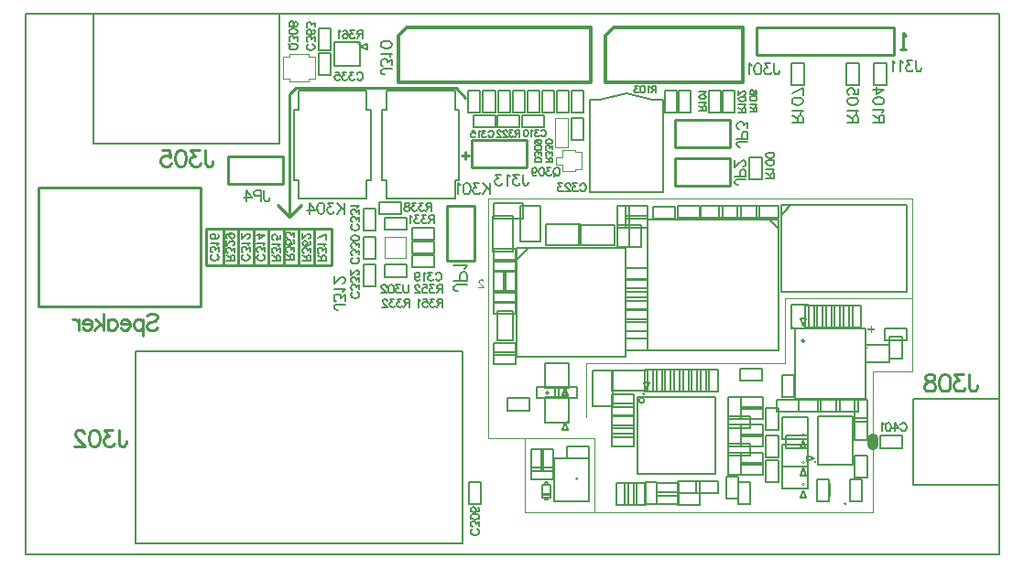
<source format=gbo>
G04 Layer_Color=32896*
%FSLAX25Y25*%
%MOIN*%
G70*
G01*
G75*
%ADD10C,0.00800*%
%ADD16C,0.00787*%
%ADD24C,0.00400*%
%ADD26C,0.01000*%
%ADD34C,0.04000*%
%ADD35C,0.01200*%
%ADD36C,0.00600*%
%ADD83C,0.00500*%
%ADD85C,0.00900*%
%ADD149C,0.00100*%
%ADD150C,0.00098*%
%ADD151C,0.00700*%
G36*
X165965Y100216D02*
X166043Y100211D01*
X166190Y100182D01*
X166253Y100167D01*
X166317Y100148D01*
X166370Y100123D01*
X166419Y100104D01*
X166463Y100079D01*
X166502Y100060D01*
X166536Y100035D01*
X166566Y100021D01*
X166585Y100006D01*
X166600Y99991D01*
X166610Y99987D01*
X166614Y99982D01*
X166663Y99933D01*
X166702Y99884D01*
X166776Y99772D01*
X166829Y99660D01*
X166868Y99547D01*
X166897Y99450D01*
X166902Y99406D01*
X166912Y99367D01*
X166917Y99338D01*
X166922Y99313D01*
Y99299D01*
Y99294D01*
X166517Y99250D01*
X166507Y99357D01*
X166488Y99450D01*
X166463Y99528D01*
X166429Y99596D01*
X166400Y99650D01*
X166370Y99689D01*
X166351Y99708D01*
X166346Y99718D01*
X166278Y99777D01*
X166205Y99821D01*
X166127Y99850D01*
X166053Y99874D01*
X165990Y99884D01*
X165941Y99889D01*
X165921Y99894D01*
X165892D01*
X165795Y99889D01*
X165707Y99869D01*
X165634Y99845D01*
X165570Y99816D01*
X165521Y99782D01*
X165482Y99757D01*
X165463Y99738D01*
X165453Y99733D01*
X165394Y99669D01*
X165355Y99601D01*
X165326Y99538D01*
X165302Y99474D01*
X165292Y99420D01*
X165287Y99377D01*
X165282Y99347D01*
Y99342D01*
Y99338D01*
X165292Y99255D01*
X165312Y99167D01*
X165341Y99089D01*
X165375Y99015D01*
X165409Y98952D01*
X165438Y98903D01*
X165448Y98884D01*
X165458Y98869D01*
X165468Y98864D01*
Y98859D01*
X165507Y98810D01*
X165551Y98757D01*
X165599Y98703D01*
X165658Y98649D01*
X165775Y98537D01*
X165892Y98425D01*
X166000Y98332D01*
X166048Y98288D01*
X166092Y98254D01*
X166127Y98220D01*
X166151Y98201D01*
X166170Y98186D01*
X166175Y98181D01*
X166292Y98079D01*
X166400Y97986D01*
X166488Y97903D01*
X166561Y97834D01*
X166619Y97776D01*
X166658Y97732D01*
X166683Y97703D01*
X166693Y97698D01*
Y97693D01*
X166756Y97615D01*
X166805Y97542D01*
X166854Y97469D01*
X166888Y97405D01*
X166917Y97347D01*
X166937Y97307D01*
X166946Y97278D01*
X166951Y97273D01*
Y97268D01*
X166966Y97220D01*
X166981Y97171D01*
X166985Y97127D01*
X166990Y97088D01*
X166995Y97054D01*
Y97024D01*
Y97005D01*
Y97000D01*
X164872D01*
Y97376D01*
X166449D01*
X166395Y97454D01*
X166341Y97517D01*
X166317Y97547D01*
X166297Y97566D01*
X166288Y97581D01*
X166283Y97586D01*
X166258Y97610D01*
X166234Y97634D01*
X166170Y97693D01*
X166092Y97761D01*
X166019Y97830D01*
X165946Y97893D01*
X165887Y97942D01*
X165863Y97961D01*
X165843Y97976D01*
X165834Y97986D01*
X165829Y97991D01*
X165751Y98059D01*
X165682Y98118D01*
X165614Y98176D01*
X165556Y98230D01*
X165502Y98283D01*
X165453Y98327D01*
X165404Y98371D01*
X165365Y98410D01*
X165331Y98444D01*
X165302Y98474D01*
X165258Y98518D01*
X165233Y98547D01*
X165224Y98557D01*
X165160Y98635D01*
X165102Y98703D01*
X165058Y98771D01*
X165024Y98830D01*
X164994Y98879D01*
X164975Y98913D01*
X164965Y98937D01*
X164960Y98947D01*
X164931Y99015D01*
X164911Y99084D01*
X164897Y99147D01*
X164887Y99206D01*
X164882Y99255D01*
X164877Y99294D01*
Y99318D01*
Y99328D01*
X164882Y99396D01*
X164887Y99464D01*
X164921Y99586D01*
X164965Y99694D01*
X165014Y99787D01*
X165063Y99860D01*
X165087Y99889D01*
X165107Y99918D01*
X165126Y99938D01*
X165141Y99952D01*
X165146Y99957D01*
X165150Y99962D01*
X165204Y100006D01*
X165258Y100050D01*
X165316Y100084D01*
X165380Y100113D01*
X165502Y100157D01*
X165619Y100187D01*
X165673Y100201D01*
X165721Y100206D01*
X165765Y100211D01*
X165804Y100216D01*
X165839Y100221D01*
X165883D01*
X165965Y100216D01*
D02*
G37*
G36*
X308024Y82200D02*
X309071D01*
Y81761D01*
X308024D01*
Y80708D01*
X307580D01*
Y81761D01*
X306532D01*
Y82200D01*
X307580D01*
Y83247D01*
X308024D01*
Y82200D01*
D02*
G37*
G54D10*
X272450Y178866D02*
Y175819D01*
X272640Y175247D01*
X272831Y175057D01*
X273212Y174866D01*
X273593D01*
X273973Y175057D01*
X274164Y175247D01*
X274354Y175819D01*
Y176200D01*
X271041Y178866D02*
X268946D01*
X270089Y177342D01*
X269517D01*
X269136Y177152D01*
X268946Y176961D01*
X268756Y176390D01*
Y176009D01*
X268946Y175438D01*
X269327Y175057D01*
X269898Y174866D01*
X270469D01*
X271041Y175057D01*
X271231Y175247D01*
X271422Y175628D01*
X266718Y178866D02*
X267289Y178675D01*
X267670Y178104D01*
X267861Y177152D01*
Y176581D01*
X267670Y175628D01*
X267289Y175057D01*
X266718Y174866D01*
X266337D01*
X265766Y175057D01*
X265385Y175628D01*
X265194Y176581D01*
Y177152D01*
X265385Y178104D01*
X265766Y178675D01*
X266337Y178866D01*
X266718D01*
X264299Y178104D02*
X263918Y178294D01*
X263347Y178866D01*
Y174866D01*
X133353Y176871D02*
X130306D01*
X129735Y176681D01*
X129545Y176490D01*
X129354Y176109D01*
Y175728D01*
X129545Y175347D01*
X129735Y175157D01*
X130306Y174967D01*
X130687D01*
X133353Y178280D02*
Y180375D01*
X131830Y179232D01*
Y179804D01*
X131640Y180184D01*
X131449Y180375D01*
X130878Y180565D01*
X130497D01*
X129926Y180375D01*
X129545Y179994D01*
X129354Y179423D01*
Y178851D01*
X129545Y178280D01*
X129735Y178090D01*
X130116Y177899D01*
X132592Y181460D02*
X132782Y181841D01*
X133353Y182413D01*
X129354D01*
X133353Y185536D02*
X133163Y184964D01*
X132592Y184583D01*
X131640Y184393D01*
X131068D01*
X130116Y184583D01*
X129545Y184964D01*
X129354Y185536D01*
Y185917D01*
X129545Y186488D01*
X130116Y186869D01*
X131068Y187059D01*
X131640D01*
X132592Y186869D01*
X133163Y186488D01*
X133353Y185917D01*
Y185536D01*
X324075Y179890D02*
Y176843D01*
X324265Y176271D01*
X324456Y176081D01*
X324836Y175891D01*
X325217D01*
X325598Y176081D01*
X325789Y176271D01*
X325979Y176843D01*
Y177224D01*
X322666Y179890D02*
X320571D01*
X321713Y178366D01*
X321142D01*
X320761Y178176D01*
X320571Y177985D01*
X320380Y177414D01*
Y177033D01*
X320571Y176462D01*
X320952Y176081D01*
X321523Y175891D01*
X322094D01*
X322666Y176081D01*
X322856Y176271D01*
X323046Y176652D01*
X319485Y179128D02*
X319104Y179318D01*
X318533Y179890D01*
Y175891D01*
X316552Y179128D02*
X316172Y179318D01*
X315600Y179890D01*
Y175891D01*
X116299Y91042D02*
X113252D01*
X112681Y90851D01*
X112490Y90661D01*
X112300Y90280D01*
Y89899D01*
X112490Y89518D01*
X112681Y89328D01*
X113252Y89138D01*
X113633D01*
X116299Y92451D02*
Y94546D01*
X114776Y93403D01*
Y93975D01*
X114585Y94355D01*
X114395Y94546D01*
X113823Y94736D01*
X113443D01*
X112871Y94546D01*
X112490Y94165D01*
X112300Y93594D01*
Y93022D01*
X112490Y92451D01*
X112681Y92261D01*
X113062Y92070D01*
X115537Y95631D02*
X115728Y96012D01*
X116299Y96584D01*
X112300D01*
X115347Y98755D02*
X115537D01*
X115918Y98945D01*
X116109Y99135D01*
X116299Y99516D01*
Y100278D01*
X116109Y100659D01*
X115918Y100849D01*
X115537Y101040D01*
X115156D01*
X114776Y100849D01*
X114204Y100468D01*
X112300Y98564D01*
Y101230D01*
X181050Y138466D02*
Y135419D01*
X181240Y134847D01*
X181431Y134657D01*
X181812Y134467D01*
X182193D01*
X182573Y134657D01*
X182764Y134847D01*
X182954Y135419D01*
Y135800D01*
X179641Y138466D02*
X177546D01*
X178689Y136942D01*
X178117D01*
X177736Y136752D01*
X177546Y136561D01*
X177356Y135990D01*
Y135609D01*
X177546Y135038D01*
X177927Y134657D01*
X178498Y134467D01*
X179069D01*
X179641Y134657D01*
X179831Y134847D01*
X180022Y135228D01*
X176461Y137704D02*
X176080Y137894D01*
X175508Y138466D01*
Y134467D01*
X173147Y138466D02*
X171052D01*
X172195Y136942D01*
X171623D01*
X171243Y136752D01*
X171052Y136561D01*
X170862Y135990D01*
Y135609D01*
X171052Y135038D01*
X171433Y134657D01*
X172004Y134467D01*
X172576D01*
X173147Y134657D01*
X173337Y134847D01*
X173528Y135228D01*
X160753Y98247D02*
X156945D01*
X156230Y98009D01*
X155992Y97771D01*
X155754Y97295D01*
Y96819D01*
X155992Y96343D01*
X156230Y96105D01*
X156945Y95867D01*
X157421D01*
X158135Y99532D02*
Y101675D01*
X158373Y102389D01*
X158611Y102627D01*
X159087Y102865D01*
X159801D01*
X160277Y102627D01*
X160515Y102389D01*
X160753Y101675D01*
Y99532D01*
X155754D01*
X159801Y103984D02*
X160039Y104460D01*
X160753Y105174D01*
X155754D01*
X262154Y136571D02*
X259106D01*
X258535Y136381D01*
X258345Y136190D01*
X258154Y135809D01*
Y135428D01*
X258345Y135047D01*
X258535Y134857D01*
X259106Y134667D01*
X259487D01*
X260059Y137599D02*
Y139313D01*
X260249Y139884D01*
X260440Y140075D01*
X260820Y140265D01*
X261392D01*
X261773Y140075D01*
X261963Y139884D01*
X262154Y139313D01*
Y137599D01*
X258154D01*
X261201Y141351D02*
X261392D01*
X261773Y141541D01*
X261963Y141732D01*
X262154Y142113D01*
Y142874D01*
X261963Y143255D01*
X261773Y143446D01*
X261392Y143636D01*
X261011D01*
X260630Y143446D01*
X260059Y143065D01*
X258154Y141160D01*
Y143826D01*
X262854Y150371D02*
X259806D01*
X259235Y150180D01*
X259045Y149990D01*
X258854Y149609D01*
Y149228D01*
X259045Y148847D01*
X259235Y148657D01*
X259806Y148467D01*
X260187D01*
X260759Y151399D02*
Y153113D01*
X260949Y153684D01*
X261140Y153875D01*
X261520Y154065D01*
X262092D01*
X262473Y153875D01*
X262663Y153684D01*
X262854Y153113D01*
Y151399D01*
X258854D01*
X262854Y155341D02*
Y157436D01*
X261330Y156293D01*
Y156865D01*
X261140Y157246D01*
X260949Y157436D01*
X260378Y157626D01*
X259997D01*
X259426Y157436D01*
X259045Y157055D01*
X258854Y156484D01*
Y155913D01*
X259045Y155341D01*
X259235Y155151D01*
X259616Y154960D01*
X86850Y132607D02*
Y129560D01*
X87040Y128988D01*
X87231Y128798D01*
X87612Y128607D01*
X87993D01*
X88374Y128798D01*
X88564Y128988D01*
X88754Y129560D01*
Y129940D01*
X85822Y130512D02*
X84108D01*
X83536Y130702D01*
X83346Y130893D01*
X83156Y131274D01*
Y131845D01*
X83346Y132226D01*
X83536Y132416D01*
X84108Y132607D01*
X85822D01*
Y128607D01*
X80356Y132607D02*
X82261Y129940D01*
X79404D01*
X80356Y132607D02*
Y128607D01*
X169054Y135266D02*
Y131266D01*
X166388Y135266D02*
X169054Y132600D01*
X168102Y133552D02*
X166388Y131266D01*
X165112Y135266D02*
X163017D01*
X164160Y133742D01*
X163589D01*
X163208Y133552D01*
X163017Y133361D01*
X162827Y132790D01*
Y132409D01*
X163017Y131838D01*
X163398Y131457D01*
X163970Y131266D01*
X164541D01*
X165112Y131457D01*
X165303Y131647D01*
X165493Y132028D01*
X160790Y135266D02*
X161361Y135075D01*
X161742Y134504D01*
X161932Y133552D01*
Y132981D01*
X161742Y132028D01*
X161361Y131457D01*
X160790Y131266D01*
X160409D01*
X159837Y131457D01*
X159456Y132028D01*
X159266Y132981D01*
Y133552D01*
X159456Y134504D01*
X159837Y135075D01*
X160409Y135266D01*
X160790D01*
X158371Y134504D02*
X157990Y134694D01*
X157419Y135266D01*
Y131266D01*
X115954Y128137D02*
Y124137D01*
X113288Y128137D02*
X115954Y125471D01*
X115002Y126423D02*
X113288Y124137D01*
X112012Y128137D02*
X109917D01*
X111060Y126613D01*
X110489D01*
X110108Y126423D01*
X109917Y126232D01*
X109727Y125661D01*
Y125280D01*
X109917Y124709D01*
X110298Y124328D01*
X110870Y124137D01*
X111441D01*
X112012Y124328D01*
X112203Y124518D01*
X112393Y124899D01*
X107689Y128137D02*
X108261Y127946D01*
X108642Y127375D01*
X108832Y126423D01*
Y125851D01*
X108642Y124899D01*
X108261Y124328D01*
X107689Y124137D01*
X107309D01*
X106737Y124328D01*
X106356Y124899D01*
X106166Y125851D01*
Y126423D01*
X106356Y127375D01*
X106737Y127946D01*
X107309Y128137D01*
X107689D01*
X103367D02*
X105271Y125471D01*
X102414D01*
X103367Y128137D02*
Y124137D01*
X312554Y157451D02*
X308554D01*
X312554D02*
Y159165D01*
X312363Y159736D01*
X312173Y159926D01*
X311792Y160117D01*
X311411D01*
X311030Y159926D01*
X310840Y159736D01*
X310649Y159165D01*
Y157451D01*
Y158784D02*
X308554Y160117D01*
X311792Y161012D02*
X311982Y161393D01*
X312554Y161964D01*
X308554D01*
X312554Y165087D02*
X312363Y164516D01*
X311792Y164135D01*
X310840Y163945D01*
X310268D01*
X309316Y164135D01*
X308745Y164516D01*
X308554Y165087D01*
Y165468D01*
X308745Y166039D01*
X309316Y166420D01*
X310268Y166611D01*
X310840D01*
X311792Y166420D01*
X312363Y166039D01*
X312554Y165468D01*
Y165087D01*
Y169410D02*
X309887Y167506D01*
Y170362D01*
X312554Y169410D02*
X308554D01*
X303053Y157266D02*
X299054D01*
X303053D02*
Y158981D01*
X302863Y159552D01*
X302673Y159742D01*
X302292Y159933D01*
X301911D01*
X301530Y159742D01*
X301340Y159552D01*
X301149Y158981D01*
Y157266D01*
Y158600D02*
X299054Y159933D01*
X302292Y160828D02*
X302482Y161208D01*
X303053Y161780D01*
X299054D01*
X303053Y164903D02*
X302863Y164332D01*
X302292Y163951D01*
X301340Y163760D01*
X300768D01*
X299816Y163951D01*
X299245Y164332D01*
X299054Y164903D01*
Y165284D01*
X299245Y165855D01*
X299816Y166236D01*
X300768Y166427D01*
X301340D01*
X302292Y166236D01*
X302863Y165855D01*
X303053Y165284D01*
Y164903D01*
Y169607D02*
Y167702D01*
X301340Y167512D01*
X301530Y167702D01*
X301720Y168274D01*
Y168845D01*
X301530Y169416D01*
X301149Y169797D01*
X300578Y169988D01*
X300197D01*
X299626Y169797D01*
X299245Y169416D01*
X299054Y168845D01*
Y168274D01*
X299245Y167702D01*
X299435Y167512D01*
X299816Y167322D01*
X282954Y157266D02*
X278954D01*
X282954D02*
Y158981D01*
X282763Y159552D01*
X282573Y159742D01*
X282192Y159933D01*
X281811D01*
X281430Y159742D01*
X281240Y159552D01*
X281049Y158981D01*
Y157266D01*
Y158600D02*
X278954Y159933D01*
X282192Y160828D02*
X282382Y161208D01*
X282954Y161780D01*
X278954D01*
X282954Y164903D02*
X282763Y164332D01*
X282192Y163951D01*
X281240Y163760D01*
X280668D01*
X279716Y163951D01*
X279145Y164332D01*
X278954Y164903D01*
Y165284D01*
X279145Y165855D01*
X279716Y166236D01*
X280668Y166427D01*
X281240D01*
X282192Y166236D01*
X282763Y165855D01*
X282954Y165284D01*
Y164903D01*
Y169988D02*
X278954Y168083D01*
X282954Y167322D02*
Y169988D01*
G54D16*
X354329Y0D02*
Y196851D01*
X0Y0D02*
X354329D01*
X0Y196851D02*
X354329D01*
X0Y0D02*
Y196851D01*
G54D24*
X201116Y27560D02*
G03*
X201116Y27560I-394J0D01*
G01*
X225359Y58438D02*
G03*
X225359Y58438I-400J0D01*
G01*
X298759Y18438D02*
G03*
X298759Y18438I-400J0D01*
G01*
X287759Y33637D02*
G03*
X287759Y33637I-400J0D01*
G01*
X196998Y48533D02*
X197391Y48926D01*
X196998Y61133D02*
X197391Y61526D01*
X120769Y186226D02*
X121162Y185832D01*
G54D26*
X4831Y133505D02*
X63886D01*
X4831Y90198D02*
Y133505D01*
Y90198D02*
X63886D01*
Y133505D01*
X266033Y191921D02*
X316033D01*
X266033Y181921D02*
Y191921D01*
Y181921D02*
X316033D01*
Y191921D01*
X156582Y170039D02*
X160182Y166439D01*
X98482Y170039D02*
X156582D01*
X95982Y167539D02*
X98482Y170039D01*
X95982Y123039D02*
Y167539D01*
Y123039D02*
X100332Y127389D01*
X91632D02*
X95982Y123039D01*
X65818Y105323D02*
X111318D01*
X72018D02*
Y118523D01*
X77518Y105323D02*
Y118523D01*
X83018Y105323D02*
Y118523D01*
X88518Y105323D02*
Y118523D01*
X94018Y105323D02*
Y118523D01*
X99518Y105323D02*
Y118523D01*
X105218Y105323D02*
Y118523D01*
X111318Y105323D02*
Y118523D01*
X65818Y105323D02*
Y118523D01*
X111318D01*
X188271Y22138D02*
X190871D01*
X73584Y134915D02*
X93584D01*
Y144915D01*
X73584D02*
X93584D01*
X73584Y134915D02*
Y144915D01*
X236531Y148197D02*
X256531D01*
Y158197D01*
X236531D02*
X256531D01*
X236531Y148197D02*
Y158197D01*
Y134440D02*
X256531D01*
Y144439D01*
X236531D02*
X256531D01*
X236531Y134440D02*
Y144439D01*
X153505Y107055D02*
Y127055D01*
Y107055D02*
X163505D01*
Y127055D01*
X153505D02*
X163505D01*
X162304Y140831D02*
X182304D01*
Y150831D01*
X162304D02*
X182304D01*
X162304Y140831D02*
Y150831D01*
X33898Y45336D02*
Y40766D01*
X34183Y39909D01*
X34469Y39623D01*
X35040Y39338D01*
X35612D01*
X36183Y39623D01*
X36469Y39909D01*
X36754Y40766D01*
Y41337D01*
X31784Y45336D02*
X28642D01*
X30356Y43051D01*
X29499D01*
X28927Y42765D01*
X28642Y42480D01*
X28356Y41623D01*
Y41051D01*
X28642Y40194D01*
X29213Y39623D01*
X30070Y39338D01*
X30927D01*
X31784Y39623D01*
X32070Y39909D01*
X32355Y40480D01*
X25300Y45336D02*
X26157Y45051D01*
X26728Y44194D01*
X27014Y42765D01*
Y41908D01*
X26728Y40480D01*
X26157Y39623D01*
X25300Y39338D01*
X24728D01*
X23871Y39623D01*
X23300Y40480D01*
X23014Y41908D01*
Y42765D01*
X23300Y44194D01*
X23871Y45051D01*
X24728Y45336D01*
X25300D01*
X21386Y43908D02*
Y44194D01*
X21101Y44765D01*
X20815Y45051D01*
X20244Y45336D01*
X19101D01*
X18530Y45051D01*
X18244Y44765D01*
X17958Y44194D01*
Y43622D01*
X18244Y43051D01*
X18815Y42194D01*
X21672Y39338D01*
X17673D01*
X65343Y147389D02*
Y142819D01*
X65629Y141962D01*
X65915Y141676D01*
X66486Y141391D01*
X67057D01*
X67629Y141676D01*
X67914Y141962D01*
X68200Y142819D01*
Y143390D01*
X63230Y147389D02*
X60088D01*
X61801Y145104D01*
X60944D01*
X60373Y144818D01*
X60088Y144533D01*
X59802Y143676D01*
Y143105D01*
X60088Y142247D01*
X60659Y141676D01*
X61516Y141391D01*
X62373D01*
X63230Y141676D01*
X63515Y141962D01*
X63801Y142533D01*
X56745Y147389D02*
X57602Y147104D01*
X58174Y146247D01*
X58459Y144818D01*
Y143961D01*
X58174Y142533D01*
X57602Y141676D01*
X56745Y141391D01*
X56174D01*
X55317Y141676D01*
X54746Y142533D01*
X54460Y143961D01*
Y144818D01*
X54746Y146247D01*
X55317Y147104D01*
X56174Y147389D01*
X56745D01*
X49690D02*
X52546D01*
X52832Y144818D01*
X52546Y145104D01*
X51689Y145390D01*
X50832D01*
X49975Y145104D01*
X49404Y144533D01*
X49118Y143676D01*
Y143105D01*
X49404Y142247D01*
X49975Y141676D01*
X50832Y141391D01*
X51689D01*
X52546Y141676D01*
X52832Y141962D01*
X53118Y142533D01*
X343398Y65536D02*
Y60966D01*
X343684Y60109D01*
X343969Y59823D01*
X344540Y59538D01*
X345112D01*
X345683Y59823D01*
X345969Y60109D01*
X346254Y60966D01*
Y61537D01*
X341284Y65536D02*
X338142D01*
X339856Y63251D01*
X338999D01*
X338427Y62965D01*
X338142Y62680D01*
X337856Y61823D01*
Y61251D01*
X338142Y60395D01*
X338713Y59823D01*
X339570Y59538D01*
X340427D01*
X341284Y59823D01*
X341570Y60109D01*
X341855Y60680D01*
X334800Y65536D02*
X335657Y65251D01*
X336228Y64394D01*
X336514Y62965D01*
Y62108D01*
X336228Y60680D01*
X335657Y59823D01*
X334800Y59538D01*
X334228D01*
X333371Y59823D01*
X332800Y60680D01*
X332514Y62108D01*
Y62965D01*
X332800Y64394D01*
X333371Y65251D01*
X334228Y65536D01*
X334800D01*
X329744D02*
X330601Y65251D01*
X330886Y64679D01*
Y64108D01*
X330601Y63537D01*
X330029Y63251D01*
X328887Y62965D01*
X328030Y62680D01*
X327458Y62108D01*
X327173Y61537D01*
Y60680D01*
X327458Y60109D01*
X327744Y59823D01*
X328601Y59538D01*
X329744D01*
X330601Y59823D01*
X330886Y60109D01*
X331172Y60680D01*
Y61537D01*
X330886Y62108D01*
X330315Y62680D01*
X329458Y62965D01*
X328315Y63251D01*
X327744Y63537D01*
X327458Y64108D01*
Y64679D01*
X327744Y65251D01*
X328601Y65536D01*
X329744D01*
X44101Y86874D02*
X44672Y87446D01*
X45529Y87731D01*
X46672D01*
X47529Y87446D01*
X48100Y86874D01*
Y86303D01*
X47814Y85732D01*
X47529Y85446D01*
X46957Y85160D01*
X45243Y84589D01*
X44672Y84303D01*
X44387Y84018D01*
X44101Y83447D01*
Y82590D01*
X44672Y82018D01*
X45529Y81732D01*
X46672D01*
X47529Y82018D01*
X48100Y82590D01*
X42758Y85732D02*
Y79733D01*
Y84875D02*
X42187Y85446D01*
X41616Y85732D01*
X40759D01*
X40187Y85446D01*
X39616Y84875D01*
X39331Y84018D01*
Y83447D01*
X39616Y82590D01*
X40187Y82018D01*
X40759Y81732D01*
X41616D01*
X42187Y82018D01*
X42758Y82590D01*
X38045Y84018D02*
X34617D01*
Y84589D01*
X34903Y85160D01*
X35188Y85446D01*
X35760Y85732D01*
X36617D01*
X37188Y85446D01*
X37759Y84875D01*
X38045Y84018D01*
Y83447D01*
X37759Y82590D01*
X37188Y82018D01*
X36617Y81732D01*
X35760D01*
X35188Y82018D01*
X34617Y82590D01*
X29904Y85732D02*
Y81732D01*
Y84875D02*
X30475Y85446D01*
X31047Y85732D01*
X31903D01*
X32475Y85446D01*
X33046Y84875D01*
X33332Y84018D01*
Y83447D01*
X33046Y82590D01*
X32475Y82018D01*
X31903Y81732D01*
X31047D01*
X30475Y82018D01*
X29904Y82590D01*
X28304Y87731D02*
Y81732D01*
X25448Y85732D02*
X28304Y82875D01*
X27162Y84018D02*
X25162Y81732D01*
X24219Y84018D02*
X20792D01*
Y84589D01*
X21077Y85160D01*
X21363Y85446D01*
X21934Y85732D01*
X22791D01*
X23362Y85446D01*
X23934Y84875D01*
X24219Y84018D01*
Y83447D01*
X23934Y82590D01*
X23362Y82018D01*
X22791Y81732D01*
X21934D01*
X21363Y82018D01*
X20792Y82590D01*
X19506Y85732D02*
Y81732D01*
Y84018D02*
X19220Y84875D01*
X18649Y85446D01*
X18078Y85732D01*
X17221D01*
X320442Y183890D02*
X318443D01*
X319443D01*
Y189889D01*
X320442Y188889D01*
G54D34*
X308559Y40038D02*
Y42037D01*
G54D35*
X135858Y171921D02*
X205858D01*
Y191921D01*
X138858D02*
X205858D01*
X135858Y188921D02*
X138858Y191921D01*
X135858Y171921D02*
Y188921D01*
X210995Y171921D02*
X260995D01*
Y191921D01*
X213995D02*
X260995D01*
X210995Y188921D02*
X213995Y191921D01*
X210995Y171921D02*
Y188921D01*
G54D36*
X190454Y58867D02*
G03*
X190454Y58867I-500J0D01*
G01*
X197254D02*
G03*
X197254Y58867I-500J0D01*
G01*
X185954Y60866D02*
X193954D01*
X185954Y56867D02*
Y60866D01*
Y56867D02*
X193954D01*
Y60866D01*
X192754Y56867D02*
X200754D01*
Y60866D01*
X192754D02*
X200754D01*
X192754Y56867D02*
Y60866D01*
X24682Y149651D02*
X92482D01*
Y196851D01*
X24682D02*
X92482D01*
X24682Y149651D02*
Y196851D01*
X247654Y161791D02*
X245154D01*
X247654D02*
Y162862D01*
X247535Y163219D01*
X247416Y163338D01*
X247178Y163457D01*
X246940D01*
X246702Y163338D01*
X246583Y163219D01*
X246464Y162862D01*
Y161791D01*
Y162624D02*
X245154Y163457D01*
X247178Y164016D02*
X247297Y164254D01*
X247654Y164611D01*
X245154D01*
X247654Y166563D02*
X247535Y166206D01*
X247178Y165968D01*
X246583Y165849D01*
X246226D01*
X245630Y165968D01*
X245273Y166206D01*
X245154Y166563D01*
Y166801D01*
X245273Y167158D01*
X245630Y167396D01*
X246226Y167516D01*
X246583D01*
X247178Y167396D01*
X247535Y167158D01*
X247654Y166801D01*
Y166563D01*
X247178Y168075D02*
X247297Y168313D01*
X247654Y168670D01*
X245154D01*
X262054Y161070D02*
X259554D01*
X262054D02*
Y162141D01*
X261935Y162498D01*
X261816Y162617D01*
X261578Y162736D01*
X261340D01*
X261102Y162617D01*
X260983Y162498D01*
X260864Y162141D01*
Y161070D01*
Y161903D02*
X259554Y162736D01*
X261578Y163296D02*
X261697Y163534D01*
X262054Y163891D01*
X259554D01*
X262054Y165843D02*
X261935Y165486D01*
X261578Y165248D01*
X260983Y165129D01*
X260626D01*
X260030Y165248D01*
X259673Y165486D01*
X259554Y165843D01*
Y166081D01*
X259673Y166438D01*
X260030Y166676D01*
X260626Y166795D01*
X260983D01*
X261578Y166676D01*
X261935Y166438D01*
X262054Y166081D01*
Y165843D01*
X261459Y167473D02*
X261578D01*
X261816Y167592D01*
X261935Y167711D01*
X262054Y167949D01*
Y168426D01*
X261935Y168664D01*
X261816Y168783D01*
X261578Y168902D01*
X261340D01*
X261102Y168783D01*
X260745Y168545D01*
X259554Y167354D01*
Y169021D01*
X266189Y161267D02*
X263690D01*
X266189D02*
Y162338D01*
X266070Y162695D01*
X265951Y162814D01*
X265713Y162933D01*
X265475D01*
X265237Y162814D01*
X265118Y162695D01*
X264999Y162338D01*
Y161267D01*
Y162100D02*
X263690Y162933D01*
X265713Y163492D02*
X265832Y163730D01*
X266189Y164087D01*
X263690D01*
X266189Y166039D02*
X266070Y165682D01*
X265713Y165444D01*
X265118Y165325D01*
X264761D01*
X264166Y165444D01*
X263809Y165682D01*
X263690Y166039D01*
Y166277D01*
X263809Y166634D01*
X264166Y166873D01*
X264761Y166991D01*
X265118D01*
X265713Y166873D01*
X266070Y166634D01*
X266189Y166277D01*
Y166039D01*
Y168146D02*
X266070Y167789D01*
X265832Y167670D01*
X265594D01*
X265356Y167789D01*
X265237Y168027D01*
X265118Y168503D01*
X264999Y168860D01*
X264761Y169098D01*
X264523Y169217D01*
X264166D01*
X263928Y169098D01*
X263809Y168979D01*
X263690Y168622D01*
Y168146D01*
X263809Y167789D01*
X263928Y167670D01*
X264166Y167551D01*
X264523D01*
X264761Y167670D01*
X264999Y167908D01*
X265118Y168265D01*
X265237Y168741D01*
X265356Y168979D01*
X265594Y169098D01*
X265832D01*
X266070Y168979D01*
X266189Y168622D01*
Y168146D01*
G54D83*
X283602Y77734D02*
G03*
X283602Y77734I-591J0D01*
G01*
X225144Y56023D02*
G03*
X225144Y56023I-946J0D01*
G01*
X192354Y19266D02*
Y34966D01*
Y19266D02*
X205054D01*
Y34966D01*
X192354D02*
X205054D01*
X280059Y56671D02*
Y82262D01*
Y56671D02*
X305650D01*
Y82262D01*
X280059D02*
X305650D01*
X282007Y85927D02*
X282991Y83171D01*
X282007Y85927D02*
X283976D01*
X282991Y83171D02*
X283976Y85927D01*
X251029Y29192D02*
Y57341D01*
X222880Y29192D02*
X251029D01*
X222880D02*
Y57341D01*
X251029D01*
X225088Y62733D02*
X226072Y59977D01*
X225088Y62733D02*
X227057D01*
X226072Y59977D02*
X227057Y62733D01*
X275291Y50004D02*
X284818D01*
Y42129D02*
Y50004D01*
X275291Y42129D02*
X284818D01*
X275291D02*
Y50004D01*
X282896Y41719D02*
X283881Y38963D01*
X281912D02*
X283881D01*
X281912D02*
X282896Y41719D01*
X275291Y40004D02*
X284818D01*
Y32129D02*
Y40004D01*
X275291Y32129D02*
X284818D01*
X275291D02*
Y40004D01*
X283133Y31547D02*
X284118Y28791D01*
X282149D02*
X284118D01*
X282149D02*
X283133Y31547D01*
X275291Y31904D02*
X284818D01*
Y24029D02*
Y31904D01*
X275291Y24029D02*
X284818D01*
X275291D02*
Y31904D01*
X283197Y23404D02*
X284182Y20648D01*
X282213D02*
X284182D01*
X282213D02*
X283197Y23404D01*
X288355Y32508D02*
Y50225D01*
Y32508D02*
X300954D01*
Y50225D01*
X288355D02*
X300954D01*
X284314Y34122D02*
X287070Y35107D01*
X284314Y34122D02*
Y36091D01*
X287070Y35107D01*
X274920Y127215D02*
X320589D01*
X274920Y95718D02*
Y127215D01*
Y95718D02*
X320589D01*
Y127215D01*
X274920Y123671D02*
X278463Y127215D01*
X178673Y71985D02*
Y111748D01*
Y71985D02*
X218436D01*
Y111748D01*
X178673D02*
X218436D01*
X178673Y107418D02*
X183003Y111748D01*
X226535Y121885D02*
X274173D01*
X226535Y74248D02*
Y121885D01*
Y74248D02*
X274173D01*
Y121885D01*
X271102Y121767D02*
X274134Y118736D01*
X312754Y82367D02*
X320754D01*
X312754Y77966D02*
Y82367D01*
Y77966D02*
X320754D01*
Y82367D01*
X290154Y90767D02*
X294554D01*
Y82766D02*
Y90767D01*
X290154Y82766D02*
X294554D01*
X290154D02*
Y90767D01*
X286954Y82766D02*
Y90767D01*
Y82766D02*
X291354D01*
Y90767D01*
X286954D02*
X291354D01*
X225254Y59367D02*
Y67366D01*
Y59367D02*
X229654D01*
Y67366D01*
X225254D02*
X229654D01*
X278565Y82436D02*
X284943D01*
Y91097D01*
X278565D02*
X284943D01*
X278565Y82436D02*
Y91097D01*
X305824Y69878D02*
Y76256D01*
Y69878D02*
X314485D01*
Y76256D01*
X305824D02*
X314485D01*
X292554Y19366D02*
Y27367D01*
X288154D02*
X292554D01*
X288154Y19366D02*
Y27367D01*
Y19366D02*
X292554D01*
X300154D02*
Y27367D01*
Y19366D02*
X304554D01*
Y27367D01*
X300154D02*
X304554D01*
X259454Y18167D02*
Y26166D01*
Y18167D02*
X263854D01*
Y26166D01*
X259454D02*
X263854D01*
X259154Y122566D02*
X267154D01*
Y126967D01*
X259154D02*
X267154D01*
X259154Y122566D02*
Y126967D01*
X260154Y63367D02*
X268154D01*
Y67766D01*
X260154D02*
X268154D01*
X260154Y63367D02*
Y67766D01*
X189117Y57200D02*
X197791D01*
X189117Y48133D02*
Y57200D01*
Y48133D02*
X197791D01*
Y57200D01*
X196305Y48101D02*
X197290Y45345D01*
X195321D02*
X197290D01*
X195321D02*
X196305Y48101D01*
X189117Y69801D02*
X197791D01*
X189117Y60733D02*
Y69801D01*
Y60733D02*
X197791D01*
Y69801D01*
X196305Y60701D02*
X197290Y57945D01*
X195321D02*
X197290D01*
X195321D02*
X196305Y60701D01*
X226554Y84566D02*
Y88967D01*
X218554Y84566D02*
X226554D01*
X218554D02*
Y88967D01*
X226554D01*
Y89267D02*
Y93666D01*
X218554Y89267D02*
X226554D01*
X218554D02*
Y93666D01*
X226554D01*
X184054Y30367D02*
Y38366D01*
Y30367D02*
X188454D01*
Y38366D01*
X184054D02*
X188454D01*
X218554Y74266D02*
X226554D01*
Y78667D01*
X218554D02*
X226554D01*
X218554Y74266D02*
Y78667D01*
X218454Y122467D02*
X226454D01*
Y126866D01*
X218454D02*
X226454D01*
X218454Y122467D02*
Y126866D01*
X197054Y34866D02*
X205054D01*
Y39266D01*
X197054D02*
X205054D01*
X197054Y34866D02*
Y39266D01*
X174754Y95467D02*
Y103466D01*
X170354D02*
X174754D01*
X170354Y95467D02*
Y103466D01*
Y95467D02*
X174754D01*
X170354Y96066D02*
X178354D01*
X170354Y91667D02*
Y96066D01*
Y91667D02*
X178354D01*
Y96066D01*
X175254Y52466D02*
X183254D01*
Y56867D01*
X175254D02*
X183254D01*
X175254Y52466D02*
Y56867D01*
X218554Y95767D02*
X226554D01*
Y100166D01*
X218554D02*
X226554D01*
X218554Y95767D02*
Y100166D01*
X170354Y91966D02*
X178354D01*
X170354Y87567D02*
Y91966D01*
Y87567D02*
X178354D01*
Y91966D01*
X170454Y72566D02*
Y76967D01*
X178454D01*
Y72566D02*
Y76967D01*
X170454Y72566D02*
X178454D01*
X237554Y122566D02*
X245554D01*
Y126967D01*
X237554D02*
X245554D01*
X237554Y122566D02*
Y126967D01*
X301854Y48366D02*
Y56366D01*
Y48366D02*
X306254D01*
Y56366D01*
X301854D02*
X306254D01*
X229654Y21466D02*
X237654D01*
Y25866D01*
X229654D02*
X237654D01*
X229654Y21466D02*
Y25866D01*
X237354Y22266D02*
X245354D01*
Y26667D01*
X237354D02*
X245354D01*
X237354Y22266D02*
Y26667D01*
X260354Y52966D02*
X268354D01*
Y57367D01*
X260354D02*
X268354D01*
X260354Y52966D02*
Y57367D01*
Y49266D02*
X268354D01*
Y53667D01*
X260354D02*
X268354D01*
X260354Y49266D02*
Y53667D01*
Y42867D02*
X268354D01*
Y47267D01*
X260354D02*
X268354D01*
X260354Y42867D02*
Y47267D01*
Y39167D02*
X268354D01*
Y43567D01*
X260354D02*
X268354D01*
X260354Y39167D02*
Y43567D01*
Y32667D02*
X268354D01*
Y37067D01*
X260354D02*
X268354D01*
X260354Y32667D02*
Y37067D01*
Y29067D02*
X268354D01*
Y33467D01*
X260354D02*
X268354D01*
X260354Y29067D02*
Y33467D01*
X187979Y20704D02*
Y25429D01*
Y20704D02*
X188964D01*
Y19917D02*
Y20704D01*
Y19917D02*
X190145D01*
Y20704D01*
X191129D01*
Y25429D01*
X190145D02*
X191129D01*
X190145D02*
Y26216D01*
X188964D02*
X190145D01*
X188964Y25429D02*
Y26216D01*
X187979Y25429D02*
X188964D01*
X191129Y20704D02*
Y25429D01*
X187979D02*
X191129D01*
X187979Y20704D02*
Y25429D01*
Y20704D02*
X191129D01*
X213554Y59667D02*
X226354D01*
Y67067D01*
X213554D02*
X226354D01*
X213554Y59667D02*
Y67067D01*
X288254Y51967D02*
X296254D01*
Y56366D01*
X288254D02*
X296254D01*
X288254Y51967D02*
Y56366D01*
X295054Y51967D02*
X303054D01*
Y56366D01*
X295054D02*
X303054D01*
X295054Y51967D02*
Y56366D01*
X306254Y41567D02*
Y49567D01*
X301854D02*
X306254D01*
X301854Y41567D02*
Y49567D01*
Y41567D02*
X306254D01*
X279654Y57367D02*
Y65367D01*
X275254D02*
X279654D01*
X275254Y57367D02*
Y65367D01*
Y57367D02*
X279654D01*
X281454Y51967D02*
X289454D01*
Y56366D01*
X281454D02*
X289454D01*
X281454Y51967D02*
Y56366D01*
X288154Y82766D02*
Y90767D01*
X283754D02*
X288154D01*
X283754Y82766D02*
Y90767D01*
Y82766D02*
X288154D01*
X229654Y22667D02*
X237654D01*
X229654Y18267D02*
Y22667D01*
Y18267D02*
X237654D01*
Y22667D01*
X304154Y82766D02*
Y90767D01*
X299754D02*
X304154D01*
X299754Y82766D02*
Y90767D01*
Y82766D02*
X304154D01*
X300954D02*
Y90767D01*
X296554D02*
X300954D01*
X296554Y82766D02*
Y90767D01*
Y82766D02*
X300954D01*
X297754D02*
Y90767D01*
X293354D02*
X297754D01*
X293354Y82766D02*
Y90767D01*
Y82766D02*
X297754D01*
X314554Y71166D02*
Y79167D01*
Y71166D02*
X318954D01*
Y79167D01*
X314554D02*
X318954D01*
X252054Y59367D02*
Y67366D01*
X247654D02*
X252054D01*
X247654Y59367D02*
Y67366D01*
Y59367D02*
X252054D01*
X248854D02*
Y67366D01*
X244454D02*
X248854D01*
X244454Y59367D02*
Y67366D01*
Y59367D02*
X248854D01*
X245654D02*
Y67366D01*
X241254D02*
X245654D01*
X241254Y59367D02*
Y67366D01*
Y59367D02*
X245654D01*
X242454D02*
Y67366D01*
X238054D02*
X242454D01*
X238054Y59367D02*
Y67366D01*
Y59367D02*
X242454D01*
X239254D02*
Y67366D01*
X234854D02*
X239254D01*
X234854Y59367D02*
Y67366D01*
Y59367D02*
X239254D01*
X236054D02*
Y67366D01*
X231654D02*
X236054D01*
X231654Y59367D02*
Y67366D01*
Y59367D02*
X236054D01*
X232854D02*
Y67366D01*
X228454D02*
X232854D01*
X228454Y59367D02*
Y67366D01*
Y59367D02*
X232854D01*
X213354Y45867D02*
X221354D01*
Y50266D01*
X213354D02*
X221354D01*
X213354Y45867D02*
Y50266D01*
X255854Y46066D02*
X263854D01*
Y50467D01*
X255854D02*
X263854D01*
X255854Y46066D02*
Y50467D01*
X213354Y42667D02*
X221354D01*
Y47067D01*
X213354D02*
X221354D01*
X213354Y42667D02*
Y47067D01*
Y39467D02*
X221354D01*
Y43867D01*
X213354D02*
X221354D01*
X213354Y39467D02*
Y43867D01*
X255854Y35967D02*
X263854D01*
Y40367D01*
X255854D02*
X263854D01*
X255854Y35967D02*
Y40367D01*
X254954Y20166D02*
Y28166D01*
Y20166D02*
X259354D01*
Y28166D01*
X254954D02*
X259354D01*
X219354Y17866D02*
Y25866D01*
X214954D02*
X219354D01*
X214954Y17866D02*
Y25866D01*
Y17866D02*
X219354D01*
X237354Y22266D02*
X245354D01*
X237354Y17866D02*
Y22266D01*
Y17866D02*
X245354D01*
Y22266D01*
X229654Y18367D02*
Y26366D01*
X225254D02*
X229654D01*
X225254Y18367D02*
Y26366D01*
Y18367D02*
X229654D01*
X225754Y17866D02*
Y25866D01*
X221354D02*
X225754D01*
X221354Y17866D02*
Y25866D01*
Y17866D02*
X225754D01*
X222554D02*
Y25866D01*
X218154D02*
X222554D01*
X218154Y17866D02*
Y25866D01*
Y17866D02*
X222554D01*
X244154Y26667D02*
X252154D01*
X244154Y22266D02*
Y26667D01*
Y22266D02*
X252154D01*
Y26667D01*
X255854Y49266D02*
Y57266D01*
Y49266D02*
X260254D01*
Y57266D01*
X255854D02*
X260254D01*
X255854Y39266D02*
Y47267D01*
Y39266D02*
X260254D01*
Y47267D01*
X255854D02*
X260254D01*
Y29067D02*
Y37067D01*
X255854D02*
X260254D01*
X255854Y29067D02*
Y37067D01*
Y29067D02*
X260254D01*
X269554Y45467D02*
Y53466D01*
Y45467D02*
X273954D01*
Y53466D01*
X269554D02*
X273954D01*
X269554Y35467D02*
Y43466D01*
Y35467D02*
X273954D01*
Y43466D01*
X269554D02*
X273954D01*
X269554Y26366D02*
Y34367D01*
Y26366D02*
X273954D01*
Y34367D01*
X269554D02*
X273954D01*
X276854Y43167D02*
X284854D01*
X276854Y38767D02*
Y43167D01*
Y38767D02*
X284854D01*
Y43167D01*
X301854Y27867D02*
Y35866D01*
Y27867D02*
X306254D01*
Y35866D01*
X301854D02*
X306254D01*
X273454Y56366D02*
X281454D01*
X273454Y51967D02*
Y56366D01*
Y51967D02*
X281454D01*
Y56366D01*
X252454Y122566D02*
X260454D01*
Y126967D01*
X252454D02*
X260454D01*
X252454Y122566D02*
Y126967D01*
X265954D02*
X273954D01*
X265954Y122566D02*
Y126967D01*
Y122566D02*
X273954D01*
Y126967D01*
X218554Y92466D02*
X226554D01*
Y96867D01*
X218554D02*
X226554D01*
X218554Y92466D02*
Y96867D01*
X184054Y27167D02*
X192054D01*
Y31567D01*
X184054D02*
X192054D01*
X184054Y27167D02*
Y31567D01*
X213354Y50567D02*
X221354D01*
Y54966D01*
X213354D02*
X221354D01*
X213354Y50567D02*
Y54966D01*
Y53767D02*
X221354D01*
Y58166D01*
X213354D02*
X221354D01*
X213354Y53767D02*
Y58166D01*
X218454Y123266D02*
X226454D01*
X218454Y118867D02*
Y123266D01*
Y118867D02*
X226454D01*
Y123266D01*
X170354Y111167D02*
X178354D01*
X170354Y106766D02*
Y111167D01*
Y106766D02*
X178354D01*
Y111167D01*
X170354Y107466D02*
X178354D01*
X170354Y103067D02*
Y107466D01*
Y103067D02*
X178354D01*
Y107466D01*
X170249Y127854D02*
X181049D01*
X170249Y122254D02*
Y127854D01*
Y122254D02*
X181049D01*
Y127854D01*
X171854Y77867D02*
Y88666D01*
Y77867D02*
X177454D01*
Y88666D01*
X171854D02*
X177454D01*
X187349Y114154D02*
Y126953D01*
X179949D02*
X187349D01*
X179949Y114154D02*
Y126953D01*
Y114154D02*
X187349D01*
X189254Y120167D02*
X202054D01*
X189254Y112767D02*
Y120167D01*
Y112767D02*
X202054D01*
Y120167D01*
X177504Y110366D02*
Y123167D01*
X170104D02*
X177504D01*
X170104Y110366D02*
Y123167D01*
Y110366D02*
X177504D01*
X201454Y120066D02*
X214254D01*
X201454Y112666D02*
Y120066D01*
Y112666D02*
X214254D01*
Y120066D01*
X206254Y54066D02*
Y66866D01*
Y54066D02*
X213654D01*
Y66866D01*
X206254D02*
X213654D01*
X218559Y104437D02*
X226559D01*
X218559Y100038D02*
Y104437D01*
Y100038D02*
X226559D01*
Y104437D01*
X228454Y126666D02*
X236454D01*
X228454Y122266D02*
Y126666D01*
Y122266D02*
X236454D01*
Y126666D01*
X218554Y85767D02*
X226554D01*
X218554Y81366D02*
Y85767D01*
Y81366D02*
X226554D01*
Y85767D01*
X245654Y126967D02*
X253654D01*
X245654Y122566D02*
Y126967D01*
Y122566D02*
X253654D01*
Y126967D01*
X178354Y95467D02*
Y103466D01*
X173954D02*
X178354D01*
X173954Y95467D02*
Y103466D01*
Y95467D02*
X178354D01*
X187654Y30367D02*
Y38366D01*
Y30367D02*
X192054D01*
Y38366D01*
X187654D02*
X192054D01*
X170454Y69367D02*
X178454D01*
Y73766D01*
X170454D02*
X178454D01*
X170454Y69367D02*
Y73766D01*
X219854Y118867D02*
Y126866D01*
X215454D02*
X219854D01*
X215454Y118867D02*
Y126866D01*
Y118867D02*
X219854D01*
X215254Y112066D02*
Y120066D01*
Y112066D02*
X219654D01*
Y120066D01*
X215254D02*
X219654D01*
X224154Y111866D02*
Y119867D01*
X219754D02*
X224154D01*
X219754Y111866D02*
Y119867D01*
Y111866D02*
X224154D01*
X171802Y159918D02*
X179802D01*
X171802Y155518D02*
Y159918D01*
Y155518D02*
X179802D01*
Y159918D01*
X267949Y136752D02*
Y144753D01*
X263549D02*
X267949D01*
X263549Y136752D02*
Y144753D01*
Y136752D02*
X267949D01*
X131441Y129572D02*
X156244D01*
X131441D02*
Y136462D01*
X129866D02*
X131441D01*
X129866D02*
Y162053D01*
X131441D01*
Y168942D01*
X156244D01*
Y162053D02*
Y168942D01*
Y162053D02*
X157819D01*
Y136462D02*
Y162053D01*
X156244Y136462D02*
X157819D01*
X156244Y129572D02*
Y136462D01*
X322924Y25240D02*
X354420D01*
X322924D02*
Y56736D01*
X354420D01*
Y25240D02*
Y56736D01*
X39908Y3937D02*
Y74016D01*
X159002D01*
Y3937D02*
Y74016D01*
X39908Y3937D02*
X159002D01*
X228109Y165520D02*
X232046D01*
X218660Y168079D02*
X228109Y165520D01*
X209211D02*
X218660Y168079D01*
X205274Y165520D02*
X209211D01*
X205274Y132056D02*
Y165520D01*
Y132056D02*
X232046D01*
Y165520D01*
X124193Y129572D02*
Y136462D01*
X125768D01*
Y162053D01*
X124193D02*
X125768D01*
X124193D02*
Y168942D01*
X99390D02*
X124193D01*
X99390Y162053D02*
Y168942D01*
X97815Y162053D02*
X99390D01*
X97815Y136462D02*
Y162053D01*
Y136462D02*
X99390D01*
Y129572D02*
Y136462D01*
Y129572D02*
X124193D01*
X192398Y161133D02*
Y169133D01*
X187998D02*
X192398D01*
X187998Y161133D02*
Y169133D01*
Y161133D02*
X192398D01*
X197728D02*
Y169133D01*
X193328D02*
X197728D01*
X193328Y161133D02*
Y169133D01*
Y161133D02*
X197728D01*
X140754Y114051D02*
X148754D01*
X140754Y109651D02*
Y114051D01*
Y109651D02*
X148754D01*
Y114051D01*
X140782Y108938D02*
X148782D01*
X140782Y104537D02*
Y108938D01*
Y104537D02*
X148782D01*
Y108938D01*
X128881Y128418D02*
X136881D01*
X128881Y124018D02*
Y128418D01*
Y124018D02*
X136881D01*
Y128418D01*
X130849Y101115D02*
X138849D01*
Y105515D01*
X130849D02*
X138849D01*
X130849Y101115D02*
Y105515D01*
X130581Y118187D02*
X138581D01*
Y122587D01*
X130581D02*
X138581D01*
X130581Y118187D02*
Y122587D01*
X198659Y150967D02*
Y158967D01*
Y150967D02*
X203059D01*
Y158967D01*
X198659D02*
X203059D01*
Y161133D02*
Y169133D01*
X198659D02*
X203059D01*
X198659Y161133D02*
Y169133D01*
Y161133D02*
X203059D01*
X187067D02*
Y169133D01*
X182667D02*
X187067D01*
X182667Y161133D02*
Y169133D01*
Y161133D02*
X187067D01*
X253795Y161134D02*
Y169134D01*
Y161134D02*
X258195D01*
Y169134D01*
X253795D02*
X258195D01*
X278833Y171134D02*
Y179134D01*
Y171134D02*
X283233D01*
Y179134D01*
X278833D02*
X283233D01*
X298833Y171134D02*
Y179134D01*
Y171134D02*
X303233D01*
Y179134D01*
X298833D02*
X303233D01*
X308833Y171134D02*
Y179134D01*
Y171134D02*
X313233D01*
Y179134D01*
X308833D02*
X313233D01*
X232702Y161134D02*
Y169134D01*
Y161134D02*
X237102D01*
Y169134D01*
X232702D02*
X237102D01*
X248764Y161134D02*
Y169134D01*
Y161134D02*
X253164D01*
Y169134D01*
X248764D02*
X253164D01*
X237733Y161134D02*
Y169134D01*
Y161134D02*
X242133D01*
Y169134D01*
X237733D02*
X242133D01*
X112495Y177952D02*
Y186626D01*
Y177952D02*
X121562D01*
Y186626D01*
X112495D02*
X121562D01*
X121594Y185140D02*
X124350Y186124D01*
Y184155D02*
Y186124D01*
X121594Y185140D02*
X124350Y184155D01*
X310954Y38787D02*
X318954D01*
Y43187D01*
X310954D02*
X318954D01*
X310954Y38787D02*
Y43187D01*
X110994Y183620D02*
Y191620D01*
X106594D02*
X110994D01*
X106594Y183620D02*
Y191620D01*
Y183620D02*
X110994D01*
X106594Y174620D02*
Y182620D01*
Y174620D02*
X110994D01*
Y182620D01*
X106594D02*
X110994D01*
X163002Y159918D02*
X171002D01*
X163002Y155518D02*
Y159918D01*
Y155518D02*
X171002D01*
Y159918D01*
X180802Y159918D02*
X188802D01*
X180802Y155518D02*
Y159918D01*
Y155518D02*
X188802D01*
Y159918D01*
X161303Y18276D02*
Y26276D01*
Y18276D02*
X165703D01*
Y26276D01*
X161303D02*
X165703D01*
X127345Y107583D02*
Y115583D01*
X122945D02*
X127345D01*
X122945Y107583D02*
Y115583D01*
Y107583D02*
X127345D01*
X127479Y118087D02*
Y126087D01*
X123079D02*
X127479D01*
X123079Y118087D02*
Y126087D01*
Y118087D02*
X127479D01*
X122945Y97615D02*
Y105615D01*
Y97615D02*
X127345D01*
Y105615D01*
X122945D02*
X127345D01*
X140817Y114620D02*
X148817D01*
Y119020D01*
X140817D02*
X148817D01*
X140817Y114620D02*
Y119020D01*
X170902Y161070D02*
Y169070D01*
X166502D02*
X170902D01*
X166502Y161070D02*
Y169070D01*
Y161070D02*
X170902D01*
X161102D02*
Y169070D01*
Y161070D02*
X165502D01*
Y169070D01*
X161102D02*
X165502D01*
X181702Y161070D02*
Y169070D01*
X177302D02*
X181702D01*
X177302Y161070D02*
Y169070D01*
Y161070D02*
X181702D01*
X171902D02*
Y169070D01*
Y161070D02*
X176302D01*
Y169070D01*
X171902D02*
X176302D01*
X187669Y154171D02*
X187788Y154409D01*
X188026Y154647D01*
X188264Y154766D01*
X188740D01*
X188978Y154647D01*
X189216Y154409D01*
X189335Y154171D01*
X189454Y153814D01*
Y153219D01*
X189335Y152862D01*
X189216Y152624D01*
X188978Y152386D01*
X188740Y152267D01*
X188264D01*
X188026Y152386D01*
X187788Y152624D01*
X187669Y152862D01*
X186729Y154766D02*
X185419D01*
X186134Y153814D01*
X185777D01*
X185538Y153695D01*
X185419Y153576D01*
X185301Y153219D01*
Y152981D01*
X185419Y152624D01*
X185658Y152386D01*
X186015Y152267D01*
X186372D01*
X186729Y152386D01*
X186848Y152505D01*
X186967Y152743D01*
X184741Y154290D02*
X184503Y154409D01*
X184146Y154766D01*
Y152267D01*
X182194Y154766D02*
X182551Y154647D01*
X182789Y154290D01*
X182908Y153695D01*
Y153338D01*
X182789Y152743D01*
X182551Y152386D01*
X182194Y152267D01*
X181956D01*
X181599Y152386D01*
X181361Y152743D01*
X181242Y153338D01*
Y153695D01*
X181361Y154290D01*
X181599Y154647D01*
X181956Y154766D01*
X182194D01*
X168464Y153871D02*
X168583Y154109D01*
X168821Y154347D01*
X169059Y154466D01*
X169535D01*
X169773Y154347D01*
X170011Y154109D01*
X170130Y153871D01*
X170249Y153514D01*
Y152919D01*
X170130Y152562D01*
X170011Y152324D01*
X169773Y152086D01*
X169535Y151967D01*
X169059D01*
X168821Y152086D01*
X168583Y152324D01*
X168464Y152562D01*
X167524Y154466D02*
X166215D01*
X166929Y153514D01*
X166572D01*
X166333Y153395D01*
X166215Y153276D01*
X166095Y152919D01*
Y152681D01*
X166215Y152324D01*
X166453Y152086D01*
X166810Y151967D01*
X167167D01*
X167524Y152086D01*
X167643Y152205D01*
X167762Y152443D01*
X165536Y153990D02*
X165298Y154109D01*
X164941Y154466D01*
Y151967D01*
X162275Y154466D02*
X163465D01*
X163584Y153395D01*
X163465Y153514D01*
X163108Y153633D01*
X162751D01*
X162394Y153514D01*
X162156Y153276D01*
X162037Y152919D01*
Y152681D01*
X162156Y152324D01*
X162394Y152086D01*
X162751Y151967D01*
X163108D01*
X163465Y152086D01*
X163584Y152205D01*
X163703Y152443D01*
X187754Y142867D02*
X185254D01*
X187754D02*
Y143700D01*
X187635Y144057D01*
X187397Y144295D01*
X187159Y144414D01*
X186802Y144533D01*
X186206D01*
X185849Y144414D01*
X185611Y144295D01*
X185373Y144057D01*
X185254Y143700D01*
Y142867D01*
X187754Y145330D02*
Y146640D01*
X186802Y145925D01*
Y146282D01*
X186683Y146520D01*
X186564Y146640D01*
X186206Y146759D01*
X185968D01*
X185611Y146640D01*
X185373Y146402D01*
X185254Y146044D01*
Y145687D01*
X185373Y145330D01*
X185492Y145211D01*
X185730Y145092D01*
X187754Y148032D02*
X187635Y147675D01*
X187278Y147437D01*
X186683Y147318D01*
X186326D01*
X185730Y147437D01*
X185373Y147675D01*
X185254Y148032D01*
Y148270D01*
X185373Y148627D01*
X185730Y148865D01*
X186326Y148984D01*
X186683D01*
X187278Y148865D01*
X187635Y148627D01*
X187754Y148270D01*
Y148032D01*
X186921Y151091D02*
X186564Y150972D01*
X186326Y150734D01*
X186206Y150377D01*
Y150258D01*
X186326Y149901D01*
X186564Y149663D01*
X186921Y149544D01*
X187040D01*
X187397Y149663D01*
X187635Y149901D01*
X187754Y150258D01*
Y150377D01*
X187635Y150734D01*
X187397Y150972D01*
X186921Y151091D01*
X186326D01*
X185730Y150972D01*
X185373Y150734D01*
X185254Y150377D01*
Y150139D01*
X185373Y149782D01*
X185611Y149663D01*
X229454Y170666D02*
Y168166D01*
Y170666D02*
X228383D01*
X228026Y170547D01*
X227907Y170428D01*
X227788Y170190D01*
Y169952D01*
X227907Y169714D01*
X228026Y169595D01*
X228383Y169476D01*
X229454D01*
X228621D02*
X227788Y168166D01*
X227229Y170190D02*
X226991Y170309D01*
X226634Y170666D01*
Y168166D01*
X224682Y170666D02*
X225039Y170547D01*
X225277Y170190D01*
X225396Y169595D01*
Y169238D01*
X225277Y168643D01*
X225039Y168286D01*
X224682Y168166D01*
X224444D01*
X224086Y168286D01*
X223848Y168643D01*
X223729Y169238D01*
Y169595D01*
X223848Y170190D01*
X224086Y170547D01*
X224444Y170666D01*
X224682D01*
X222932D02*
X221623D01*
X222337Y169714D01*
X221980D01*
X221742Y169595D01*
X221623Y169476D01*
X221504Y169119D01*
Y168881D01*
X221623Y168524D01*
X221861Y168286D01*
X222218Y168166D01*
X222575D01*
X222932Y168286D01*
X223051Y168405D01*
X223170Y168643D01*
X179854Y154566D02*
Y152067D01*
Y154566D02*
X178783D01*
X178426Y154447D01*
X178307Y154328D01*
X178188Y154090D01*
Y153852D01*
X178307Y153614D01*
X178426Y153495D01*
X178783Y153376D01*
X179854D01*
X179021D02*
X178188Y152067D01*
X177391Y154566D02*
X176081D01*
X176795Y153614D01*
X176438D01*
X176200Y153495D01*
X176081Y153376D01*
X175962Y153019D01*
Y152781D01*
X176081Y152424D01*
X176319Y152186D01*
X176676Y152067D01*
X177033D01*
X177391Y152186D01*
X177510Y152305D01*
X177629Y152543D01*
X175284Y153971D02*
Y154090D01*
X175165Y154328D01*
X175046Y154447D01*
X174808Y154566D01*
X174332D01*
X174094Y154447D01*
X173975Y154328D01*
X173856Y154090D01*
Y153852D01*
X173975Y153614D01*
X174213Y153257D01*
X175403Y152067D01*
X173737D01*
X173058Y153971D02*
Y154090D01*
X172939Y154328D01*
X172820Y154447D01*
X172582Y154566D01*
X172106D01*
X171868Y154447D01*
X171749Y154328D01*
X171630Y154090D01*
Y153852D01*
X171749Y153614D01*
X171987Y153257D01*
X173177Y152067D01*
X171511D01*
X191754Y142867D02*
X189254D01*
X191754D02*
Y143938D01*
X191635Y144295D01*
X191516Y144414D01*
X191278Y144533D01*
X191040D01*
X190802Y144414D01*
X190683Y144295D01*
X190564Y143938D01*
Y142867D01*
Y143700D02*
X189254Y144533D01*
X191754Y145330D02*
Y146640D01*
X190802Y145925D01*
Y146282D01*
X190683Y146520D01*
X190564Y146640D01*
X190207Y146759D01*
X189969D01*
X189611Y146640D01*
X189373Y146402D01*
X189254Y146044D01*
Y145687D01*
X189373Y145330D01*
X189492Y145211D01*
X189730Y145092D01*
X191754Y147556D02*
Y148865D01*
X190802Y148151D01*
Y148508D01*
X190683Y148746D01*
X190564Y148865D01*
X190207Y148984D01*
X189969D01*
X189611Y148865D01*
X189373Y148627D01*
X189254Y148270D01*
Y147913D01*
X189373Y147556D01*
X189492Y147437D01*
X189730Y147318D01*
X191754Y150258D02*
X191635Y149901D01*
X191278Y149663D01*
X190683Y149544D01*
X190325D01*
X189730Y149663D01*
X189373Y149901D01*
X189254Y150258D01*
Y150496D01*
X189373Y150853D01*
X189730Y151091D01*
X190325Y151210D01*
X190683D01*
X191278Y151091D01*
X191635Y150853D01*
X191754Y150496D01*
Y150258D01*
G54D85*
X161259Y145352D02*
X158593D01*
X159926Y146685D02*
Y144019D01*
G54D149*
X283607Y43488D02*
G03*
X283607Y43488I-502J0D01*
G01*
Y33488D02*
G03*
X283607Y33488I-502J0D01*
G01*
Y25388D02*
G03*
X283607Y25388I-502J0D01*
G01*
X298454Y22973D02*
G03*
X298454Y22973I-100J0D01*
G01*
X181468Y42173D02*
X207168D01*
Y15574D02*
Y42173D01*
X203968Y50073D02*
Y69774D01*
X276368D01*
Y93173D01*
X322768D01*
Y93224D02*
Y129574D01*
X168468D02*
X322768D01*
X168468Y42173D02*
Y129574D01*
Y42173D02*
X181668D01*
Y15473D02*
Y42173D01*
Y15473D02*
X308368D01*
Y66673D01*
X322768D01*
Y93173D01*
X222880Y55865D02*
Y57341D01*
X224356D01*
X249553D02*
X251029D01*
Y55865D02*
Y57341D01*
Y29192D02*
Y30668D01*
X249553Y29192D02*
X251029D01*
X222880D02*
X224356D01*
X222880D02*
Y30668D01*
X274920Y123671D02*
X278443Y127195D01*
X178673Y71985D02*
Y111748D01*
Y71985D02*
X218436D01*
Y111748D01*
X178673D02*
X218436D01*
X178673Y107418D02*
X182905Y111650D01*
X278723Y83341D02*
X279510Y82554D01*
X305942Y75311D02*
X306729Y76098D01*
X299898Y25929D02*
X300095D01*
Y21204D02*
Y25929D01*
X299898Y21204D02*
X300095D01*
X292614D02*
X292811D01*
X292614D02*
Y25929D01*
X292811D01*
G54D150*
X130644Y107914D02*
Y115788D01*
Y107914D02*
X138518D01*
Y115788D01*
X130644D02*
X138518D01*
X193064Y142160D02*
Y144719D01*
Y142160D02*
X195426D01*
Y139502D02*
Y142160D01*
Y139502D02*
X200150D01*
Y140191D01*
X202513D01*
Y146687D01*
X200150D02*
X202513D01*
X200150D02*
Y147376D01*
X195426D02*
X200150D01*
X195426Y144719D02*
Y147376D01*
X193064Y144719D02*
X195426D01*
X93878Y173305D02*
Y181376D01*
Y173305D02*
X96142D01*
Y172222D02*
Y173305D01*
Y172222D02*
X103032D01*
Y173305D01*
X105295D01*
Y181376D01*
X103032D02*
X105295D01*
X103032D02*
Y182458D01*
X96142D02*
X103032D01*
X96142Y181376D02*
Y182458D01*
X93878Y181376D02*
X96142D01*
X192670Y148475D02*
Y159105D01*
X197395D01*
Y148475D02*
Y159105D01*
X192670Y148475D02*
X197395D01*
G54D151*
X164340Y9209D02*
X164625Y9066D01*
X164911Y8781D01*
X165054Y8495D01*
Y7924D01*
X164911Y7638D01*
X164625Y7352D01*
X164340Y7209D01*
X163911Y7067D01*
X163197D01*
X162768Y7209D01*
X162483Y7352D01*
X162197Y7638D01*
X162054Y7924D01*
Y8495D01*
X162197Y8781D01*
X162483Y9066D01*
X162768Y9209D01*
X165054Y10337D02*
Y11908D01*
X163911Y11051D01*
Y11480D01*
X163768Y11766D01*
X163625Y11908D01*
X163197Y12051D01*
X162911D01*
X162483Y11908D01*
X162197Y11623D01*
X162054Y11194D01*
Y10766D01*
X162197Y10337D01*
X162340Y10194D01*
X162626Y10052D01*
X165054Y13579D02*
X164911Y13151D01*
X164482Y12865D01*
X163768Y12722D01*
X163340D01*
X162626Y12865D01*
X162197Y13151D01*
X162054Y13579D01*
Y13865D01*
X162197Y14294D01*
X162626Y14579D01*
X163340Y14722D01*
X163768D01*
X164482Y14579D01*
X164911Y14294D01*
X165054Y13865D01*
Y13579D01*
X164625Y17107D02*
X164911Y16964D01*
X165054Y16536D01*
Y16250D01*
X164911Y15822D01*
X164482Y15536D01*
X163768Y15393D01*
X163054D01*
X162483Y15536D01*
X162197Y15822D01*
X162054Y16250D01*
Y16393D01*
X162197Y16822D01*
X162483Y17107D01*
X162911Y17250D01*
X163054D01*
X163483Y17107D01*
X163768Y16822D01*
X163911Y16393D01*
Y16250D01*
X163768Y15822D01*
X163483Y15536D01*
X163054Y15393D01*
X80889Y109225D02*
X81174Y109082D01*
X81460Y108797D01*
X81603Y108511D01*
Y107940D01*
X81460Y107654D01*
X81174Y107368D01*
X80889Y107225D01*
X80460Y107082D01*
X79746D01*
X79317Y107225D01*
X79032Y107368D01*
X78746Y107654D01*
X78603Y107940D01*
Y108511D01*
X78746Y108797D01*
X79032Y109082D01*
X79317Y109225D01*
X81603Y110353D02*
Y111924D01*
X80460Y111067D01*
Y111496D01*
X80317Y111782D01*
X80174Y111924D01*
X79746Y112067D01*
X79460D01*
X79032Y111924D01*
X78746Y111639D01*
X78603Y111210D01*
Y110782D01*
X78746Y110353D01*
X78889Y110210D01*
X79175Y110068D01*
X81031Y112739D02*
X81174Y113024D01*
X81603Y113453D01*
X78603D01*
X80889Y115081D02*
X81031D01*
X81317Y115224D01*
X81460Y115366D01*
X81603Y115652D01*
Y116223D01*
X81460Y116509D01*
X81317Y116652D01*
X81031Y116795D01*
X80746D01*
X80460Y116652D01*
X80032Y116366D01*
X78603Y114938D01*
Y116938D01*
X86431Y109225D02*
X86717Y109082D01*
X87003Y108797D01*
X87146Y108511D01*
Y107940D01*
X87003Y107654D01*
X86717Y107368D01*
X86431Y107225D01*
X86003Y107082D01*
X85289D01*
X84860Y107225D01*
X84575Y107368D01*
X84289Y107654D01*
X84146Y107940D01*
Y108511D01*
X84289Y108797D01*
X84575Y109082D01*
X84860Y109225D01*
X87146Y110353D02*
Y111924D01*
X86003Y111067D01*
Y111496D01*
X85860Y111782D01*
X85717Y111924D01*
X85289Y112067D01*
X85003D01*
X84575Y111924D01*
X84289Y111639D01*
X84146Y111210D01*
Y110782D01*
X84289Y110353D01*
X84432Y110210D01*
X84718Y110068D01*
X86574Y112739D02*
X86717Y113024D01*
X87146Y113453D01*
X84146D01*
X87146Y116366D02*
X85146Y114938D01*
Y117080D01*
X87146Y116366D02*
X84146D01*
X69640Y109225D02*
X69925Y109082D01*
X70211Y108797D01*
X70354Y108511D01*
Y107940D01*
X70211Y107654D01*
X69925Y107368D01*
X69640Y107225D01*
X69211Y107082D01*
X68497D01*
X68068Y107225D01*
X67783Y107368D01*
X67497Y107654D01*
X67354Y107940D01*
Y108511D01*
X67497Y108797D01*
X67783Y109082D01*
X68068Y109225D01*
X70354Y110353D02*
Y111924D01*
X69211Y111067D01*
Y111496D01*
X69068Y111782D01*
X68925Y111924D01*
X68497Y112067D01*
X68211D01*
X67783Y111924D01*
X67497Y111639D01*
X67354Y111210D01*
Y110782D01*
X67497Y110353D01*
X67640Y110210D01*
X67926Y110068D01*
X69782Y112739D02*
X69925Y113024D01*
X70354Y113453D01*
X67354D01*
X69925Y116652D02*
X70211Y116509D01*
X70354Y116081D01*
Y115795D01*
X70211Y115366D01*
X69782Y115081D01*
X69068Y114938D01*
X68354D01*
X67783Y115081D01*
X67497Y115366D01*
X67354Y115795D01*
Y115938D01*
X67497Y116366D01*
X67783Y116652D01*
X68211Y116795D01*
X68354D01*
X68783Y116652D01*
X69068Y116366D01*
X69211Y115938D01*
Y115795D01*
X69068Y115366D01*
X68783Y115081D01*
X68354Y114938D01*
X149240Y102023D02*
X149382Y102308D01*
X149668Y102594D01*
X149954Y102737D01*
X150525D01*
X150811Y102594D01*
X151096Y102308D01*
X151239Y102023D01*
X151382Y101594D01*
Y100880D01*
X151239Y100452D01*
X151096Y100166D01*
X150811Y99880D01*
X150525Y99738D01*
X149954D01*
X149668Y99880D01*
X149382Y100166D01*
X149240Y100452D01*
X148111Y102737D02*
X146540D01*
X147397Y101594D01*
X146969D01*
X146683Y101451D01*
X146540Y101309D01*
X146397Y100880D01*
Y100594D01*
X146540Y100166D01*
X146826Y99880D01*
X147254Y99738D01*
X147683D01*
X148111Y99880D01*
X148254Y100023D01*
X148397Y100309D01*
X145726Y102166D02*
X145440Y102308D01*
X145012Y102737D01*
Y99738D01*
X141670Y101737D02*
X141813Y101309D01*
X142098Y101023D01*
X142527Y100880D01*
X142669D01*
X143098Y101023D01*
X143384Y101309D01*
X143526Y101737D01*
Y101880D01*
X143384Y102308D01*
X143098Y102594D01*
X142669Y102737D01*
X142527D01*
X142098Y102594D01*
X141813Y102308D01*
X141670Y101737D01*
Y101023D01*
X141813Y100309D01*
X142098Y99880D01*
X142527Y99738D01*
X142812D01*
X143241Y99880D01*
X143384Y100166D01*
X201892Y134452D02*
X202035Y134737D01*
X202320Y135023D01*
X202606Y135166D01*
X203177D01*
X203463Y135023D01*
X203749Y134737D01*
X203891Y134452D01*
X204034Y134023D01*
Y133309D01*
X203891Y132881D01*
X203749Y132595D01*
X203463Y132309D01*
X203177Y132167D01*
X202606D01*
X202320Y132309D01*
X202035Y132595D01*
X201892Y132881D01*
X200764Y135166D02*
X199193D01*
X200049Y134023D01*
X199621D01*
X199335Y133880D01*
X199193Y133738D01*
X199050Y133309D01*
Y133024D01*
X199193Y132595D01*
X199478Y132309D01*
X199907Y132167D01*
X200335D01*
X200764Y132309D01*
X200906Y132452D01*
X201049Y132738D01*
X198236Y134452D02*
Y134595D01*
X198093Y134880D01*
X197950Y135023D01*
X197664Y135166D01*
X197093D01*
X196807Y135023D01*
X196665Y134880D01*
X196522Y134595D01*
Y134309D01*
X196665Y134023D01*
X196950Y133595D01*
X198378Y132167D01*
X196379D01*
X195422Y135166D02*
X193851D01*
X194708Y134023D01*
X194279D01*
X193994Y133880D01*
X193851Y133738D01*
X193708Y133309D01*
Y133024D01*
X193851Y132595D01*
X194136Y132309D01*
X194565Y132167D01*
X194993D01*
X195422Y132309D01*
X195565Y132452D01*
X195707Y132738D01*
X120740Y108109D02*
X121025Y107966D01*
X121311Y107680D01*
X121454Y107395D01*
Y106824D01*
X121311Y106538D01*
X121025Y106252D01*
X120740Y106109D01*
X120311Y105966D01*
X119597D01*
X119168Y106109D01*
X118883Y106252D01*
X118597Y106538D01*
X118454Y106824D01*
Y107395D01*
X118597Y107680D01*
X118883Y107966D01*
X119168Y108109D01*
X121454Y109237D02*
Y110808D01*
X120311Y109951D01*
Y110380D01*
X120168Y110666D01*
X120025Y110808D01*
X119597Y110951D01*
X119311D01*
X118883Y110808D01*
X118597Y110523D01*
X118454Y110094D01*
Y109666D01*
X118597Y109237D01*
X118740Y109094D01*
X119026Y108952D01*
X121454Y111908D02*
Y113479D01*
X120311Y112622D01*
Y113051D01*
X120168Y113336D01*
X120025Y113479D01*
X119597Y113622D01*
X119311D01*
X118883Y113479D01*
X118597Y113194D01*
X118454Y112765D01*
Y112337D01*
X118597Y111908D01*
X118740Y111765D01*
X119026Y111623D01*
X121454Y115150D02*
X121311Y114722D01*
X120882Y114436D01*
X120168Y114293D01*
X119740D01*
X119026Y114436D01*
X118597Y114722D01*
X118454Y115150D01*
Y115436D01*
X118597Y115864D01*
X119026Y116150D01*
X119740Y116293D01*
X120168D01*
X120882Y116150D01*
X121311Y115864D01*
X121454Y115436D01*
Y115150D01*
X120740Y120230D02*
X121025Y120087D01*
X121311Y119801D01*
X121454Y119516D01*
Y118944D01*
X121311Y118659D01*
X121025Y118373D01*
X120740Y118230D01*
X120311Y118087D01*
X119597D01*
X119168Y118230D01*
X118883Y118373D01*
X118597Y118659D01*
X118454Y118944D01*
Y119516D01*
X118597Y119801D01*
X118883Y120087D01*
X119168Y120230D01*
X121454Y121358D02*
Y122929D01*
X120311Y122072D01*
Y122501D01*
X120168Y122786D01*
X120025Y122929D01*
X119597Y123072D01*
X119311D01*
X118883Y122929D01*
X118597Y122643D01*
X118454Y122215D01*
Y121787D01*
X118597Y121358D01*
X118740Y121215D01*
X119026Y121072D01*
X121454Y124029D02*
Y125600D01*
X120311Y124743D01*
Y125172D01*
X120168Y125457D01*
X120025Y125600D01*
X119597Y125743D01*
X119311D01*
X118883Y125600D01*
X118597Y125314D01*
X118454Y124886D01*
Y124457D01*
X118597Y124029D01*
X118740Y123886D01*
X119026Y123743D01*
X120882Y126414D02*
X121025Y126700D01*
X121454Y127128D01*
X118454D01*
X120740Y95509D02*
X121025Y95366D01*
X121311Y95081D01*
X121454Y94795D01*
Y94223D01*
X121311Y93938D01*
X121025Y93652D01*
X120740Y93509D01*
X120311Y93366D01*
X119597D01*
X119168Y93509D01*
X118883Y93652D01*
X118597Y93938D01*
X118454Y94223D01*
Y94795D01*
X118597Y95081D01*
X118883Y95366D01*
X119168Y95509D01*
X121454Y96637D02*
Y98208D01*
X120311Y97351D01*
Y97780D01*
X120168Y98066D01*
X120025Y98208D01*
X119597Y98351D01*
X119311D01*
X118883Y98208D01*
X118597Y97923D01*
X118454Y97494D01*
Y97066D01*
X118597Y96637D01*
X118740Y96494D01*
X119026Y96352D01*
X121454Y99308D02*
Y100879D01*
X120311Y100022D01*
Y100451D01*
X120168Y100736D01*
X120025Y100879D01*
X119597Y101022D01*
X119311D01*
X118883Y100879D01*
X118597Y100594D01*
X118454Y100165D01*
Y99737D01*
X118597Y99308D01*
X118740Y99165D01*
X119026Y99023D01*
X120740Y101836D02*
X120882D01*
X121168Y101979D01*
X121311Y102122D01*
X121454Y102408D01*
Y102979D01*
X121311Y103264D01*
X121168Y103407D01*
X120882Y103550D01*
X120597D01*
X120311Y103407D01*
X119883Y103122D01*
X118454Y101693D01*
Y103693D01*
X120612Y175052D02*
X120755Y175337D01*
X121040Y175623D01*
X121326Y175766D01*
X121897D01*
X122183Y175623D01*
X122469Y175337D01*
X122611Y175052D01*
X122754Y174623D01*
Y173909D01*
X122611Y173481D01*
X122469Y173195D01*
X122183Y172909D01*
X121897Y172766D01*
X121326D01*
X121040Y172909D01*
X120755Y173195D01*
X120612Y173481D01*
X119484Y175766D02*
X117912D01*
X118770Y174623D01*
X118341D01*
X118055Y174480D01*
X117912Y174338D01*
X117770Y173909D01*
Y173624D01*
X117912Y173195D01*
X118198Y172909D01*
X118627Y172766D01*
X119055D01*
X119484Y172909D01*
X119626Y173052D01*
X119769Y173338D01*
X116813Y175766D02*
X115242D01*
X116099Y174623D01*
X115670D01*
X115384Y174480D01*
X115242Y174338D01*
X115099Y173909D01*
Y173624D01*
X115242Y173195D01*
X115527Y172909D01*
X115956Y172766D01*
X116384D01*
X116813Y172909D01*
X116956Y173052D01*
X117098Y173338D01*
X112714Y175766D02*
X114142D01*
X114285Y174480D01*
X114142Y174623D01*
X113713Y174766D01*
X113285D01*
X112856Y174623D01*
X112571Y174338D01*
X112428Y173909D01*
Y173624D01*
X112571Y173195D01*
X112856Y172909D01*
X113285Y172766D01*
X113713D01*
X114142Y172909D01*
X114285Y173052D01*
X114427Y173338D01*
X104540Y185881D02*
X104825Y185739D01*
X105111Y185453D01*
X105254Y185167D01*
Y184596D01*
X105111Y184310D01*
X104825Y184025D01*
X104540Y183882D01*
X104111Y183739D01*
X103397D01*
X102969Y183882D01*
X102683Y184025D01*
X102397Y184310D01*
X102254Y184596D01*
Y185167D01*
X102397Y185453D01*
X102683Y185739D01*
X102969Y185881D01*
X105254Y187010D02*
Y188581D01*
X104111Y187724D01*
Y188152D01*
X103968Y188438D01*
X103825Y188581D01*
X103397Y188724D01*
X103111D01*
X102683Y188581D01*
X102397Y188295D01*
X102254Y187867D01*
Y187438D01*
X102397Y187010D01*
X102540Y186867D01*
X102826Y186724D01*
X104825Y191109D02*
X105111Y190966D01*
X105254Y190538D01*
Y190252D01*
X105111Y189823D01*
X104682Y189538D01*
X103968Y189395D01*
X103254D01*
X102683Y189538D01*
X102397Y189823D01*
X102254Y190252D01*
Y190395D01*
X102397Y190823D01*
X102683Y191109D01*
X103111Y191252D01*
X103254D01*
X103683Y191109D01*
X103968Y190823D01*
X104111Y190395D01*
Y190252D01*
X103968Y189823D01*
X103683Y189538D01*
X103254Y189395D01*
X105254Y192194D02*
Y193765D01*
X104111Y192908D01*
Y193337D01*
X103968Y193623D01*
X103825Y193765D01*
X103397Y193908D01*
X103111D01*
X102683Y193765D01*
X102397Y193480D01*
X102254Y193051D01*
Y192623D01*
X102397Y192194D01*
X102540Y192051D01*
X102826Y191909D01*
X318512Y47252D02*
X318655Y47537D01*
X318940Y47823D01*
X319226Y47966D01*
X319797D01*
X320083Y47823D01*
X320369Y47537D01*
X320512Y47252D01*
X320654Y46823D01*
Y46109D01*
X320512Y45681D01*
X320369Y45395D01*
X320083Y45109D01*
X319797Y44967D01*
X319226D01*
X318940Y45109D01*
X318655Y45395D01*
X318512Y45681D01*
X316241Y47966D02*
X317669Y45966D01*
X315527D01*
X316241Y47966D02*
Y44967D01*
X314141Y47966D02*
X314570Y47823D01*
X314856Y47395D01*
X314998Y46681D01*
Y46252D01*
X314856Y45538D01*
X314570Y45109D01*
X314141Y44967D01*
X313856D01*
X313427Y45109D01*
X313142Y45538D01*
X312999Y46252D01*
Y46681D01*
X313142Y47395D01*
X313427Y47823D01*
X313856Y47966D01*
X314141D01*
X312328Y47395D02*
X312042Y47537D01*
X311613Y47966D01*
Y44967D01*
X98954Y184723D02*
X98811Y184438D01*
X98525Y184152D01*
X98240Y184009D01*
X97811Y183867D01*
X97097D01*
X96668Y184009D01*
X96383Y184152D01*
X96097Y184438D01*
X95954Y184723D01*
Y185295D01*
X96097Y185581D01*
X96383Y185866D01*
X96668Y186009D01*
X97097Y186152D01*
X97811D01*
X98240Y186009D01*
X98525Y185866D01*
X98811Y185581D01*
X98954Y185295D01*
Y184723D01*
X96526Y185152D02*
X95669Y186009D01*
X98954Y187137D02*
Y188708D01*
X97811Y187851D01*
Y188280D01*
X97668Y188566D01*
X97525Y188708D01*
X97097Y188851D01*
X96811D01*
X96383Y188708D01*
X96097Y188423D01*
X95954Y187994D01*
Y187566D01*
X96097Y187137D01*
X96240Y186994D01*
X96526Y186852D01*
X98954Y190379D02*
X98811Y189951D01*
X98382Y189665D01*
X97668Y189523D01*
X97240D01*
X96526Y189665D01*
X96097Y189951D01*
X95954Y190379D01*
Y190665D01*
X96097Y191094D01*
X96526Y191379D01*
X97240Y191522D01*
X97668D01*
X98382Y191379D01*
X98811Y191094D01*
X98954Y190665D01*
Y190379D01*
Y192908D02*
X98811Y192479D01*
X98525Y192336D01*
X98240D01*
X97954Y192479D01*
X97811Y192765D01*
X97668Y193336D01*
X97525Y193764D01*
X97240Y194050D01*
X96954Y194193D01*
X96526D01*
X96240Y194050D01*
X96097Y193907D01*
X95954Y193479D01*
Y192908D01*
X96097Y192479D01*
X96240Y192336D01*
X96526Y192193D01*
X96954D01*
X97240Y192336D01*
X97525Y192622D01*
X97668Y193050D01*
X97811Y193622D01*
X97954Y193907D01*
X98240Y194050D01*
X98525D01*
X98811Y193907D01*
X98954Y193479D01*
Y192908D01*
X193635Y140966D02*
X193921Y140823D01*
X194206Y140537D01*
X194349Y140252D01*
X194492Y139823D01*
Y139109D01*
X194349Y138681D01*
X194206Y138395D01*
X193921Y138109D01*
X193635Y137967D01*
X193063D01*
X192778Y138109D01*
X192492Y138395D01*
X192349Y138681D01*
X192207Y139109D01*
Y139823D01*
X192349Y140252D01*
X192492Y140537D01*
X192778Y140823D01*
X193063Y140966D01*
X193635D01*
X193206Y138538D02*
X192349Y137681D01*
X191221Y140966D02*
X189650D01*
X190507Y139823D01*
X190078D01*
X189793Y139681D01*
X189650Y139538D01*
X189507Y139109D01*
Y138823D01*
X189650Y138395D01*
X189936Y138109D01*
X190364Y137967D01*
X190793D01*
X191221Y138109D01*
X191364Y138252D01*
X191507Y138538D01*
X187979Y140966D02*
X188407Y140823D01*
X188693Y140395D01*
X188836Y139681D01*
Y139252D01*
X188693Y138538D01*
X188407Y138109D01*
X187979Y137967D01*
X187693D01*
X187265Y138109D01*
X186979Y138538D01*
X186836Y139252D01*
Y139681D01*
X186979Y140395D01*
X187265Y140823D01*
X187693Y140966D01*
X187979D01*
X184308Y139966D02*
X184451Y139538D01*
X184737Y139252D01*
X185165Y139109D01*
X185308D01*
X185737Y139252D01*
X186022Y139538D01*
X186165Y139966D01*
Y140109D01*
X186022Y140537D01*
X185737Y140823D01*
X185308Y140966D01*
X185165D01*
X184737Y140823D01*
X184451Y140537D01*
X184308Y139966D01*
Y139252D01*
X184451Y138538D01*
X184737Y138109D01*
X185165Y137967D01*
X185451D01*
X185879Y138109D01*
X186022Y138395D01*
X272554Y136866D02*
X269554D01*
X272554D02*
Y138152D01*
X272411Y138581D01*
X272268Y138723D01*
X271982Y138866D01*
X271697D01*
X271411Y138723D01*
X271268Y138581D01*
X271125Y138152D01*
Y136866D01*
Y137866D02*
X269554Y138866D01*
X271982Y139537D02*
X272125Y139823D01*
X272554Y140252D01*
X269554D01*
X272554Y142594D02*
X272411Y142165D01*
X271982Y141880D01*
X271268Y141737D01*
X270840D01*
X270126Y141880D01*
X269697Y142165D01*
X269554Y142594D01*
Y142879D01*
X269697Y143308D01*
X270126Y143594D01*
X270840Y143737D01*
X271268D01*
X271982Y143594D01*
X272411Y143308D01*
X272554Y142879D01*
Y142594D01*
Y145265D02*
X272411Y144836D01*
X271982Y144551D01*
X271268Y144408D01*
X270840D01*
X270126Y144551D01*
X269697Y144836D01*
X269554Y145265D01*
Y145550D01*
X269697Y145979D01*
X270126Y146265D01*
X270840Y146407D01*
X271268D01*
X271982Y146265D01*
X272411Y145979D01*
X272554Y145550D01*
Y145265D01*
X92689Y107082D02*
X89689D01*
X92689D02*
Y108368D01*
X92546Y108797D01*
X92403Y108939D01*
X92117Y109082D01*
X91831D01*
X91546Y108939D01*
X91403Y108797D01*
X91260Y108368D01*
Y107082D01*
Y108082D02*
X89689Y109082D01*
X92689Y110039D02*
Y111610D01*
X91546Y110753D01*
Y111182D01*
X91403Y111467D01*
X91260Y111610D01*
X90832Y111753D01*
X90546D01*
X90118Y111610D01*
X89832Y111325D01*
X89689Y110896D01*
Y110468D01*
X89832Y110039D01*
X89975Y109896D01*
X90260Y109753D01*
X92117Y112424D02*
X92260Y112710D01*
X92689Y113138D01*
X89689D01*
X92689Y116338D02*
Y114909D01*
X91403Y114767D01*
X91546Y114909D01*
X91689Y115338D01*
Y115766D01*
X91546Y116195D01*
X91260Y116481D01*
X90832Y116623D01*
X90546D01*
X90118Y116481D01*
X89832Y116195D01*
X89689Y115766D01*
Y115338D01*
X89832Y114909D01*
X89975Y114767D01*
X90260Y114624D01*
X109317Y107082D02*
X106318D01*
X109317D02*
Y108368D01*
X109174Y108797D01*
X109031Y108939D01*
X108746Y109082D01*
X108460D01*
X108174Y108939D01*
X108032Y108797D01*
X107889Y108368D01*
Y107082D01*
Y108082D02*
X106318Y109082D01*
X109317Y110039D02*
Y111610D01*
X108174Y110753D01*
Y111182D01*
X108032Y111467D01*
X107889Y111610D01*
X107460Y111753D01*
X107175D01*
X106746Y111610D01*
X106460Y111325D01*
X106318Y110896D01*
Y110468D01*
X106460Y110039D01*
X106603Y109896D01*
X106889Y109753D01*
X108746Y112424D02*
X108888Y112710D01*
X109317Y113138D01*
X106318D01*
X109317Y116623D02*
X106318Y115195D01*
X109317Y114624D02*
Y116623D01*
X76060Y107082D02*
X73061D01*
X76060D02*
Y108368D01*
X75917Y108797D01*
X75774Y108939D01*
X75489Y109082D01*
X75203D01*
X74917Y108939D01*
X74774Y108797D01*
X74632Y108368D01*
Y107082D01*
Y108082D02*
X73061Y109082D01*
X76060Y110039D02*
Y111610D01*
X74917Y110753D01*
Y111182D01*
X74774Y111467D01*
X74632Y111610D01*
X74203Y111753D01*
X73918D01*
X73489Y111610D01*
X73203Y111325D01*
X73061Y110896D01*
Y110468D01*
X73203Y110039D01*
X73346Y109896D01*
X73632Y109753D01*
X75346Y112567D02*
X75489D01*
X75774Y112710D01*
X75917Y112853D01*
X76060Y113138D01*
Y113710D01*
X75917Y113995D01*
X75774Y114138D01*
X75489Y114281D01*
X75203D01*
X74917Y114138D01*
X74489Y113853D01*
X73061Y112424D01*
Y114424D01*
X75060Y116952D02*
X74632Y116809D01*
X74346Y116523D01*
X74203Y116095D01*
Y115952D01*
X74346Y115524D01*
X74632Y115238D01*
X75060Y115095D01*
X75203D01*
X75631Y115238D01*
X75917Y115524D01*
X76060Y115952D01*
Y116095D01*
X75917Y116523D01*
X75631Y116809D01*
X75060Y116952D01*
X74346D01*
X73632Y116809D01*
X73203Y116523D01*
X73061Y116095D01*
Y115809D01*
X73203Y115381D01*
X73489Y115238D01*
X148834Y123566D02*
Y120566D01*
Y123566D02*
X147549D01*
X147120Y123423D01*
X146978Y123280D01*
X146835Y122995D01*
Y122709D01*
X146978Y122423D01*
X147120Y122281D01*
X147549Y122138D01*
X148834D01*
X147835D02*
X146835Y120566D01*
X145878Y123566D02*
X144307D01*
X145164Y122423D01*
X144735D01*
X144449Y122281D01*
X144307Y122138D01*
X144164Y121709D01*
Y121423D01*
X144307Y120995D01*
X144592Y120709D01*
X145021Y120566D01*
X145449D01*
X145878Y120709D01*
X146021Y120852D01*
X146163Y121138D01*
X143207Y123566D02*
X141636D01*
X142493Y122423D01*
X142064D01*
X141779Y122281D01*
X141636Y122138D01*
X141493Y121709D01*
Y121423D01*
X141636Y120995D01*
X141921Y120709D01*
X142350Y120566D01*
X142779D01*
X143207Y120709D01*
X143350Y120852D01*
X143493Y121138D01*
X140822Y122995D02*
X140536Y123137D01*
X140108Y123566D01*
Y120566D01*
X139811Y93038D02*
Y90039D01*
Y93038D02*
X138525D01*
X138097Y92896D01*
X137954Y92753D01*
X137811Y92467D01*
Y92181D01*
X137954Y91896D01*
X138097Y91753D01*
X138525Y91610D01*
X139811D01*
X138811D02*
X137811Y90039D01*
X136854Y93038D02*
X135283D01*
X136140Y91896D01*
X135712D01*
X135426Y91753D01*
X135283Y91610D01*
X135140Y91182D01*
Y90896D01*
X135283Y90468D01*
X135569Y90182D01*
X135997Y90039D01*
X136426D01*
X136854Y90182D01*
X136997Y90325D01*
X137140Y90610D01*
X134183Y93038D02*
X132612D01*
X133469Y91896D01*
X133041D01*
X132755Y91753D01*
X132612Y91610D01*
X132469Y91182D01*
Y90896D01*
X132612Y90468D01*
X132898Y90182D01*
X133326Y90039D01*
X133755D01*
X134183Y90182D01*
X134326Y90325D01*
X134469Y90610D01*
X131655Y92324D02*
Y92467D01*
X131513Y92753D01*
X131370Y92896D01*
X131084Y93038D01*
X130513D01*
X130227Y92896D01*
X130084Y92753D01*
X129941Y92467D01*
Y92181D01*
X130084Y91896D01*
X130370Y91467D01*
X131798Y90039D01*
X129799D01*
X147820Y128101D02*
Y125101D01*
Y128101D02*
X146534D01*
X146106Y127958D01*
X145963Y127815D01*
X145820Y127529D01*
Y127243D01*
X145963Y126958D01*
X146106Y126815D01*
X146534Y126672D01*
X147820D01*
X146820D02*
X145820Y125101D01*
X144863Y128101D02*
X143292D01*
X144149Y126958D01*
X143720D01*
X143435Y126815D01*
X143292Y126672D01*
X143149Y126244D01*
Y125958D01*
X143292Y125530D01*
X143578Y125244D01*
X144006Y125101D01*
X144435D01*
X144863Y125244D01*
X145006Y125387D01*
X145149Y125672D01*
X142192Y128101D02*
X140621D01*
X141478Y126958D01*
X141050D01*
X140764Y126815D01*
X140621Y126672D01*
X140478Y126244D01*
Y125958D01*
X140621Y125530D01*
X140907Y125244D01*
X141335Y125101D01*
X141764D01*
X142192Y125244D01*
X142335Y125387D01*
X142478Y125672D01*
X139093Y128101D02*
X139521Y127958D01*
X139664Y127672D01*
Y127386D01*
X139521Y127101D01*
X139236Y126958D01*
X138664Y126815D01*
X138236Y126672D01*
X137950Y126387D01*
X137808Y126101D01*
Y125672D01*
X137950Y125387D01*
X138093Y125244D01*
X138522Y125101D01*
X139093D01*
X139521Y125244D01*
X139664Y125387D01*
X139807Y125672D01*
Y126101D01*
X139664Y126387D01*
X139379Y126672D01*
X138950Y126815D01*
X138379Y126958D01*
X138093Y127101D01*
X137950Y127386D01*
Y127672D01*
X138093Y127958D01*
X138522Y128101D01*
X139093D01*
X151782Y93038D02*
Y90039D01*
Y93038D02*
X150496D01*
X150068Y92896D01*
X149925Y92753D01*
X149782Y92467D01*
Y92181D01*
X149925Y91896D01*
X150068Y91753D01*
X150496Y91610D01*
X151782D01*
X150782D02*
X149782Y90039D01*
X148825Y93038D02*
X147254D01*
X148111Y91896D01*
X147683D01*
X147397Y91753D01*
X147254Y91610D01*
X147111Y91182D01*
Y90896D01*
X147254Y90468D01*
X147540Y90182D01*
X147968Y90039D01*
X148397D01*
X148825Y90182D01*
X148968Y90325D01*
X149111Y90610D01*
X144726Y93038D02*
X146154D01*
X146297Y91753D01*
X146154Y91896D01*
X145726Y92039D01*
X145298D01*
X144869Y91896D01*
X144583Y91610D01*
X144441Y91182D01*
Y90896D01*
X144583Y90468D01*
X144869Y90182D01*
X145298Y90039D01*
X145726D01*
X146154Y90182D01*
X146297Y90325D01*
X146440Y90610D01*
X143769Y92467D02*
X143484Y92610D01*
X143055Y93038D01*
Y90039D01*
X151654Y98166D02*
Y95166D01*
Y98166D02*
X150369D01*
X149940Y98023D01*
X149798Y97880D01*
X149655Y97595D01*
Y97309D01*
X149798Y97023D01*
X149940Y96881D01*
X150369Y96738D01*
X151654D01*
X150654D02*
X149655Y95166D01*
X148698Y98166D02*
X147127D01*
X147984Y97023D01*
X147555D01*
X147270Y96881D01*
X147127Y96738D01*
X146984Y96309D01*
Y96023D01*
X147127Y95595D01*
X147412Y95309D01*
X147841Y95166D01*
X148269D01*
X148698Y95309D01*
X148841Y95452D01*
X148984Y95738D01*
X144599Y98166D02*
X146027D01*
X146170Y96881D01*
X146027Y97023D01*
X145598Y97166D01*
X145170D01*
X144741Y97023D01*
X144456Y96738D01*
X144313Y96309D01*
Y96023D01*
X144456Y95595D01*
X144741Y95309D01*
X145170Y95166D01*
X145598D01*
X146027Y95309D01*
X146170Y95452D01*
X146313Y95738D01*
X143499Y97452D02*
Y97595D01*
X143356Y97880D01*
X143213Y98023D01*
X142928Y98166D01*
X142356D01*
X142071Y98023D01*
X141928Y97880D01*
X141785Y97595D01*
Y97309D01*
X141928Y97023D01*
X142213Y96595D01*
X143642Y95166D01*
X141642D01*
X122654Y190966D02*
Y187967D01*
Y190966D02*
X121369D01*
X120940Y190823D01*
X120798Y190680D01*
X120655Y190395D01*
Y190109D01*
X120798Y189823D01*
X120940Y189681D01*
X121369Y189538D01*
X122654D01*
X121654D02*
X120655Y187967D01*
X119698Y190966D02*
X118127D01*
X118984Y189823D01*
X118555D01*
X118270Y189681D01*
X118127Y189538D01*
X117984Y189109D01*
Y188823D01*
X118127Y188395D01*
X118412Y188109D01*
X118841Y187967D01*
X119269D01*
X119698Y188109D01*
X119841Y188252D01*
X119983Y188538D01*
X115599Y190537D02*
X115742Y190823D01*
X116170Y190966D01*
X116456D01*
X116884Y190823D01*
X117170Y190395D01*
X117313Y189681D01*
Y188966D01*
X117170Y188395D01*
X116884Y188109D01*
X116456Y187967D01*
X116313D01*
X115884Y188109D01*
X115599Y188395D01*
X115456Y188823D01*
Y188966D01*
X115599Y189395D01*
X115884Y189681D01*
X116313Y189823D01*
X116456D01*
X116884Y189681D01*
X117170Y189395D01*
X117313Y188966D01*
X114799Y190395D02*
X114513Y190537D01*
X114085Y190966D01*
Y187967D01*
X103774Y107082D02*
X100775D01*
X103774D02*
Y108368D01*
X103631Y108797D01*
X103489Y108939D01*
X103203Y109082D01*
X102917D01*
X102631Y108939D01*
X102489Y108797D01*
X102346Y108368D01*
Y107082D01*
Y108082D02*
X100775Y109082D01*
X103774Y110039D02*
Y111610D01*
X102631Y110753D01*
Y111182D01*
X102489Y111467D01*
X102346Y111610D01*
X101917Y111753D01*
X101632D01*
X101203Y111610D01*
X100918Y111325D01*
X100775Y110896D01*
Y110468D01*
X100918Y110039D01*
X101060Y109896D01*
X101346Y109753D01*
X103346Y114138D02*
X103631Y113995D01*
X103774Y113567D01*
Y113281D01*
X103631Y112853D01*
X103203Y112567D01*
X102489Y112424D01*
X101775D01*
X101203Y112567D01*
X100918Y112853D01*
X100775Y113281D01*
Y113424D01*
X100918Y113853D01*
X101203Y114138D01*
X101632Y114281D01*
X101775D01*
X102203Y114138D01*
X102489Y113853D01*
X102631Y113424D01*
Y113281D01*
X102489Y112853D01*
X102203Y112567D01*
X101775Y112424D01*
X103060Y115081D02*
X103203D01*
X103489Y115224D01*
X103631Y115366D01*
X103774Y115652D01*
Y116223D01*
X103631Y116509D01*
X103489Y116652D01*
X103203Y116795D01*
X102917D01*
X102631Y116652D01*
X102203Y116366D01*
X100775Y114938D01*
Y116938D01*
X97747Y107476D02*
X94748D01*
X97747D02*
Y108762D01*
X97604Y109190D01*
X97461Y109333D01*
X97176Y109476D01*
X96890D01*
X96604Y109333D01*
X96461Y109190D01*
X96319Y108762D01*
Y107476D01*
Y108476D02*
X94748Y109476D01*
X97747Y110433D02*
Y112004D01*
X96604Y111147D01*
Y111576D01*
X96461Y111861D01*
X96319Y112004D01*
X95890Y112147D01*
X95605D01*
X95176Y112004D01*
X94890Y111718D01*
X94748Y111290D01*
Y110862D01*
X94890Y110433D01*
X95033Y110290D01*
X95319Y110147D01*
X97319Y114532D02*
X97604Y114389D01*
X97747Y113961D01*
Y113675D01*
X97604Y113247D01*
X97176Y112961D01*
X96461Y112818D01*
X95747D01*
X95176Y112961D01*
X94890Y113247D01*
X94748Y113675D01*
Y113818D01*
X94890Y114246D01*
X95176Y114532D01*
X95605Y114675D01*
X95747D01*
X96176Y114532D01*
X96461Y114246D01*
X96604Y113818D01*
Y113675D01*
X96461Y113247D01*
X96176Y112961D01*
X95747Y112818D01*
X97747Y115618D02*
Y117189D01*
X96604Y116332D01*
Y116760D01*
X96461Y117046D01*
X96319Y117189D01*
X95890Y117332D01*
X95605D01*
X95176Y117189D01*
X94890Y116903D01*
X94748Y116475D01*
Y116046D01*
X94890Y115618D01*
X95033Y115475D01*
X95319Y115332D01*
X139544Y98166D02*
Y96023D01*
X139402Y95595D01*
X139116Y95309D01*
X138688Y95166D01*
X138402D01*
X137973Y95309D01*
X137688Y95595D01*
X137545Y96023D01*
Y98166D01*
X136431D02*
X134860D01*
X135717Y97023D01*
X135288D01*
X135003Y96881D01*
X134860Y96738D01*
X134717Y96309D01*
Y96023D01*
X134860Y95595D01*
X135145Y95309D01*
X135574Y95166D01*
X136002D01*
X136431Y95309D01*
X136574Y95452D01*
X136716Y95738D01*
X133189Y98166D02*
X133617Y98023D01*
X133903Y97595D01*
X134046Y96881D01*
Y96452D01*
X133903Y95738D01*
X133617Y95309D01*
X133189Y95166D01*
X132903D01*
X132475Y95309D01*
X132189Y95738D01*
X132046Y96452D01*
Y96881D01*
X132189Y97595D01*
X132475Y98023D01*
X132903Y98166D01*
X133189D01*
X131232Y97452D02*
Y97595D01*
X131089Y97880D01*
X130946Y98023D01*
X130661Y98166D01*
X130089D01*
X129804Y98023D01*
X129661Y97880D01*
X129518Y97595D01*
Y97309D01*
X129661Y97023D01*
X129946Y96595D01*
X131375Y95166D01*
X129375D01*
M02*

</source>
